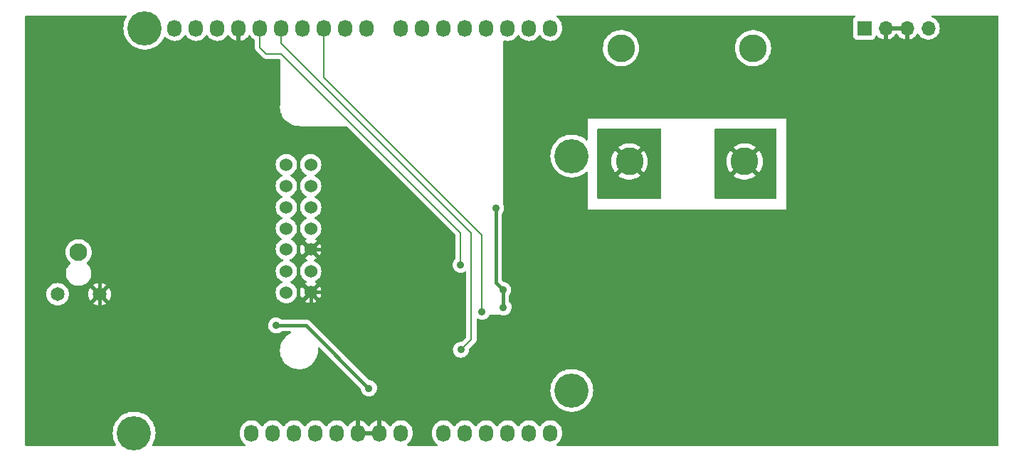
<source format=gbl>
G04 #@! TF.GenerationSoftware,KiCad,Pcbnew,(6.0.6)*
G04 #@! TF.CreationDate,2022-07-18T13:46:11+09:00*
G04 #@! TF.ProjectId,mt_reflowcnt,6d745f72-6566-46c6-9f77-636e742e6b69,rev?*
G04 #@! TF.SameCoordinates,Original*
G04 #@! TF.FileFunction,Copper,L2,Bot*
G04 #@! TF.FilePolarity,Positive*
%FSLAX46Y46*%
G04 Gerber Fmt 4.6, Leading zero omitted, Abs format (unit mm)*
G04 Created by KiCad (PCBNEW (6.0.6)) date 2022-07-18 13:46:11*
%MOMM*%
%LPD*%
G01*
G04 APERTURE LIST*
G04 #@! TA.AperFunction,ComponentPad*
%ADD10R,1.700000X1.700000*%
G04 #@! TD*
G04 #@! TA.AperFunction,ComponentPad*
%ADD11O,1.700000X1.700000*%
G04 #@! TD*
G04 #@! TA.AperFunction,ComponentPad*
%ADD12C,1.650000*%
G04 #@! TD*
G04 #@! TA.AperFunction,ComponentPad*
%ADD13C,2.100000*%
G04 #@! TD*
G04 #@! TA.AperFunction,ComponentPad*
%ADD14C,3.294000*%
G04 #@! TD*
G04 #@! TA.AperFunction,ComponentPad*
%ADD15C,1.524000*%
G04 #@! TD*
G04 #@! TA.AperFunction,ComponentPad*
%ADD16O,1.727200X2.032000*%
G04 #@! TD*
G04 #@! TA.AperFunction,ComponentPad*
%ADD17C,4.064000*%
G04 #@! TD*
G04 #@! TA.AperFunction,ViaPad*
%ADD18C,0.889000*%
G04 #@! TD*
G04 #@! TA.AperFunction,Conductor*
%ADD19C,0.406400*%
G04 #@! TD*
G04 #@! TA.AperFunction,Conductor*
%ADD20C,0.203200*%
G04 #@! TD*
G04 APERTURE END LIST*
D10*
G04 #@! TO.P,J1,1,Pin_1*
G04 #@! TO.N,/A0*
X211846000Y-75565000D03*
D11*
G04 #@! TO.P,J1,2,Pin_2*
G04 #@! TO.N,GND*
X214386000Y-75565000D03*
G04 #@! TO.P,J1,3,Pin_3*
X216926000Y-75565000D03*
G04 #@! TO.P,J1,4,Pin_4*
G04 #@! TO.N,/A1*
X219466000Y-75565000D03*
G04 #@! TD*
D12*
G04 #@! TO.P,R2,1,1*
G04 #@! TO.N,Net-(R1-Pad2)*
X115864000Y-107275000D03*
G04 #@! TO.P,R2,2,2*
G04 #@! TO.N,GND*
X120864000Y-107275000D03*
D13*
G04 #@! TO.P,R2,3,3*
G04 #@! TO.N,Net-(R2-Pad3)*
X118364000Y-102275000D03*
G04 #@! TD*
D14*
G04 #@! TO.P,J2,4,NC*
G04 #@! TO.N,unconnected-(J2-Pad4)*
X198604000Y-77959000D03*
G04 #@! TO.P,J2,3,NC*
G04 #@! TO.N,unconnected-(J2-Pad3)*
X182904000Y-77959000D03*
G04 #@! TO.P,J2,2,N*
G04 #@! TO.N,Net-(J2-Pad2)*
X197604000Y-91459000D03*
G04 #@! TO.P,J2,1,P*
G04 #@! TO.N,Net-(J2-Pad1)*
X183904000Y-91459000D03*
G04 #@! TD*
D15*
G04 #@! TO.P,U1,14,DB7*
G04 #@! TO.N,Net-(R10-Pad1)*
X143080000Y-91849000D03*
G04 #@! TO.P,U1,13,DB6*
G04 #@! TO.N,Net-(R9-Pad1)*
X145980000Y-91849000D03*
G04 #@! TO.P,U1,12,DB5*
G04 #@! TO.N,Net-(R8-Pad1)*
X143080000Y-94389000D03*
G04 #@! TO.P,U1,11,DB4*
G04 #@! TO.N,Net-(R7-Pad1)*
X145980000Y-94389000D03*
G04 #@! TO.P,U1,10,DB3*
G04 #@! TO.N,unconnected-(U1-Pad10)*
X143080000Y-96929000D03*
G04 #@! TO.P,U1,9,DB2*
G04 #@! TO.N,unconnected-(U1-Pad9)*
X145980000Y-96929000D03*
G04 #@! TO.P,U1,8,DB1*
G04 #@! TO.N,unconnected-(U1-Pad8)*
X143080000Y-99469000D03*
G04 #@! TO.P,U1,7,DB0*
G04 #@! TO.N,unconnected-(U1-Pad7)*
X145980000Y-99459000D03*
G04 #@! TO.P,U1,6,E*
G04 #@! TO.N,Net-(R6-Pad1)*
X143080000Y-101919000D03*
G04 #@! TO.P,U1,5,RW*
G04 #@! TO.N,GND*
X145980000Y-101939000D03*
G04 #@! TO.P,U1,4,RS*
G04 #@! TO.N,Net-(R5-Pad1)*
X143080000Y-104549000D03*
G04 #@! TO.P,U1,3,Vo*
G04 #@! TO.N,Net-(R2-Pad3)*
X145980000Y-104549000D03*
G04 #@! TO.P,U1,2,VDD*
G04 #@! TO.N,+5V*
X143080000Y-107089000D03*
G04 #@! TO.P,U1,1,VSS*
G04 #@! TO.N,GND*
X145980000Y-107049000D03*
G04 #@! TD*
D16*
G04 #@! TO.P,P1,1,Pin_1*
G04 #@! TO.N,unconnected-(P1-Pad1)*
X138938000Y-123825000D03*
G04 #@! TO.P,P1,2,Pin_2*
G04 #@! TO.N,/IOREF*
X141478000Y-123825000D03*
G04 #@! TO.P,P1,3,Pin_3*
G04 #@! TO.N,/Reset*
X144018000Y-123825000D03*
G04 #@! TO.P,P1,4,Pin_4*
G04 #@! TO.N,+3V3*
X146558000Y-123825000D03*
G04 #@! TO.P,P1,5,Pin_5*
G04 #@! TO.N,+5V*
X149098000Y-123825000D03*
G04 #@! TO.P,P1,6,Pin_6*
G04 #@! TO.N,GND*
X151638000Y-123825000D03*
G04 #@! TO.P,P1,7,Pin_7*
X154178000Y-123825000D03*
G04 #@! TO.P,P1,8,Pin_8*
G04 #@! TO.N,/Vin*
X156718000Y-123825000D03*
G04 #@! TD*
G04 #@! TO.P,P2,1,Pin_1*
G04 #@! TO.N,/A0*
X161798000Y-123825000D03*
G04 #@! TO.P,P2,2,Pin_2*
G04 #@! TO.N,/A1*
X164338000Y-123825000D03*
G04 #@! TO.P,P2,3,Pin_3*
G04 #@! TO.N,/A2*
X166878000Y-123825000D03*
G04 #@! TO.P,P2,4,Pin_4*
G04 #@! TO.N,/A3*
X169418000Y-123825000D03*
G04 #@! TO.P,P2,5,Pin_5*
G04 #@! TO.N,/A4(SDA)*
X171958000Y-123825000D03*
G04 #@! TO.P,P2,6,Pin_6*
G04 #@! TO.N,/A5(SCL)*
X174498000Y-123825000D03*
G04 #@! TD*
G04 #@! TO.P,P3,1,Pin_1*
G04 #@! TO.N,unconnected-(P3-Pad1)*
X129794000Y-75565000D03*
G04 #@! TO.P,P3,2,Pin_2*
G04 #@! TO.N,unconnected-(P3-Pad2)*
X132334000Y-75565000D03*
G04 #@! TO.P,P3,3,Pin_3*
G04 #@! TO.N,/AREF*
X134874000Y-75565000D03*
G04 #@! TO.P,P3,4,Pin_4*
G04 #@! TO.N,GND*
X137414000Y-75565000D03*
G04 #@! TO.P,P3,5,Pin_5*
G04 #@! TO.N,/13(SCK)*
X139954000Y-75565000D03*
G04 #@! TO.P,P3,6,Pin_6*
G04 #@! TO.N,/12(MISO)*
X142494000Y-75565000D03*
G04 #@! TO.P,P3,7,Pin_7*
G04 #@! TO.N,/11(\u002A\u002A{slash}MOSI)*
X145034000Y-75565000D03*
G04 #@! TO.P,P3,8,Pin_8*
G04 #@! TO.N,/10(\u002A\u002A{slash}SS)*
X147574000Y-75565000D03*
G04 #@! TO.P,P3,9,Pin_9*
G04 #@! TO.N,/9(\u002A\u002A)*
X150114000Y-75565000D03*
G04 #@! TO.P,P3,10,Pin_10*
G04 #@! TO.N,/8*
X152654000Y-75565000D03*
G04 #@! TD*
G04 #@! TO.P,P4,1,Pin_1*
G04 #@! TO.N,/7*
X156718000Y-75565000D03*
G04 #@! TO.P,P4,2,Pin_2*
G04 #@! TO.N,/6(\u002A\u002A)*
X159258000Y-75565000D03*
G04 #@! TO.P,P4,3,Pin_3*
G04 #@! TO.N,/5(\u002A\u002A)*
X161798000Y-75565000D03*
G04 #@! TO.P,P4,4,Pin_4*
G04 #@! TO.N,/4*
X164338000Y-75565000D03*
G04 #@! TO.P,P4,5,Pin_5*
G04 #@! TO.N,/3(\u002A\u002A)*
X166878000Y-75565000D03*
G04 #@! TO.P,P4,6,Pin_6*
G04 #@! TO.N,/2*
X169418000Y-75565000D03*
G04 #@! TO.P,P4,7,Pin_7*
G04 #@! TO.N,/1(Tx)*
X171958000Y-75565000D03*
G04 #@! TO.P,P4,8,Pin_8*
G04 #@! TO.N,/0(Rx)*
X174498000Y-75565000D03*
G04 #@! TD*
D17*
G04 #@! TO.P,P5,1,Pin_1*
G04 #@! TO.N,unconnected-(P5-Pad1)*
X124968000Y-123825000D03*
G04 #@! TD*
G04 #@! TO.P,P6,1,Pin_1*
G04 #@! TO.N,unconnected-(P6-Pad1)*
X177038000Y-118745000D03*
G04 #@! TD*
G04 #@! TO.P,P7,1,Pin_1*
G04 #@! TO.N,unconnected-(P7-Pad1)*
X126238000Y-75565000D03*
G04 #@! TD*
G04 #@! TO.P,P8,1,Pin_1*
G04 #@! TO.N,unconnected-(P8-Pad1)*
X177038000Y-90805000D03*
G04 #@! TD*
D18*
G04 #@! TO.N,GND*
X193294000Y-105283000D03*
G04 #@! TO.N,+5V*
X141859000Y-110998000D03*
X152908000Y-118491000D03*
G04 #@! TO.N,GND*
X126746000Y-114681000D03*
X125984000Y-89789000D03*
X226060000Y-74803000D03*
X205740000Y-74803000D03*
G04 #@! TO.N,+3V3*
X168910000Y-108839000D03*
X168021000Y-97028000D03*
G04 #@! TO.N,GND*
X182372000Y-105283000D03*
X190246000Y-103251000D03*
G04 #@! TO.N,+3V3*
X168867000Y-106764000D03*
G04 #@! TO.N,GND*
X172466000Y-110363000D03*
X172466000Y-105283000D03*
X172466000Y-100203000D03*
X157988000Y-110363000D03*
X157988000Y-105283000D03*
X157988000Y-100203000D03*
X162560000Y-112141000D03*
X162560000Y-107061000D03*
X162560000Y-101981000D03*
G04 #@! TO.N,/10(\u002A\u002A{slash}SS)*
X166370000Y-109347000D03*
G04 #@! TO.N,/12(MISO)*
X163850000Y-113899000D03*
G04 #@! TO.N,/13(SCK)*
X163830000Y-103759000D03*
G04 #@! TD*
D19*
G04 #@! TO.N,GND*
X215900000Y-83185000D02*
X215900000Y-78359000D01*
X206502000Y-94742000D02*
X206502000Y-91059000D01*
X214376000Y-83185000D02*
X215900000Y-83185000D01*
X197993000Y-103251000D02*
X206502000Y-94742000D01*
X206502000Y-91059000D02*
X214376000Y-83185000D01*
X193548000Y-103251000D02*
X197993000Y-103251000D01*
X215900000Y-78359000D02*
X215646000Y-78105000D01*
D20*
G04 #@! TO.N,/12(MISO)*
X165100000Y-112649000D02*
X163850000Y-113899000D01*
X165100000Y-99949000D02*
X165100000Y-112649000D01*
X142494000Y-77343000D02*
X165100000Y-99949000D01*
X142494000Y-75565000D02*
X142494000Y-77343000D01*
D19*
G04 #@! TO.N,+3V3*
X168867000Y-108796000D02*
X168910000Y-108839000D01*
X168867000Y-106764000D02*
X168867000Y-108796000D01*
X168021000Y-105918000D02*
X168867000Y-106764000D01*
G04 #@! TO.N,GND*
X193294000Y-103505000D02*
X193548000Y-103251000D01*
X193294000Y-105283000D02*
X193294000Y-103505000D01*
X190246000Y-103251000D02*
X193548000Y-103251000D01*
G04 #@! TO.N,+5V*
X145415000Y-110998000D02*
X152908000Y-118491000D01*
X141859000Y-110998000D02*
X145415000Y-110998000D01*
G04 #@! TO.N,GND*
X215646000Y-78105000D02*
X216916000Y-78105000D01*
X214630000Y-78105000D02*
X215646000Y-78105000D01*
X216926000Y-78095000D02*
X216916000Y-78105000D01*
X216926000Y-75565000D02*
X216926000Y-78095000D01*
X216916000Y-78105000D02*
X222758000Y-78105000D01*
X214386000Y-77861000D02*
X214630000Y-78105000D01*
X214386000Y-75565000D02*
X214386000Y-77861000D01*
X209042000Y-78105000D02*
X214630000Y-78105000D01*
X222758000Y-78105000D02*
X226060000Y-74803000D01*
X205740000Y-74803000D02*
X209042000Y-78105000D01*
X183134000Y-103251000D02*
X190246000Y-103251000D01*
X182372000Y-104013000D02*
X183134000Y-103251000D01*
X182372000Y-105283000D02*
X182372000Y-104013000D01*
X172466000Y-105283000D02*
X182372000Y-105283000D01*
X172466000Y-114173000D02*
X170180000Y-116459000D01*
X154178000Y-116459000D02*
X154178000Y-114173000D01*
X172466000Y-110363000D02*
X172466000Y-114173000D01*
X154178000Y-123825000D02*
X154178000Y-116459000D01*
X170180000Y-116459000D02*
X154178000Y-116459000D01*
X172466000Y-105283000D02*
X172466000Y-110363000D01*
X172466000Y-100203000D02*
X172466000Y-105283000D01*
X156210000Y-112141000D02*
X157988000Y-110363000D01*
X162560000Y-112141000D02*
X156210000Y-112141000D01*
X154178000Y-114173000D02*
X156210000Y-112141000D01*
X158242000Y-107061000D02*
X157988000Y-106807000D01*
X162560000Y-107061000D02*
X158242000Y-107061000D01*
X157988000Y-106807000D02*
X157988000Y-110363000D01*
X157988000Y-105283000D02*
X157988000Y-106807000D01*
X162560000Y-101981000D02*
X157988000Y-101981000D01*
X157988000Y-101981000D02*
X157988000Y-103505000D01*
X157988000Y-100203000D02*
X157988000Y-101981000D01*
X148336000Y-103505000D02*
X148336000Y-106045000D01*
X157988000Y-103505000D02*
X157988000Y-105283000D01*
X148336000Y-102743000D02*
X148336000Y-103505000D01*
X157988000Y-103505000D02*
X148336000Y-103505000D01*
X151638000Y-123825000D02*
X154178000Y-123825000D01*
X147332000Y-107049000D02*
X145980000Y-107049000D01*
X148336000Y-106045000D02*
X147332000Y-107049000D01*
X147532000Y-101939000D02*
X148336000Y-102743000D01*
X145980000Y-101939000D02*
X147532000Y-101939000D01*
X127762000Y-114681000D02*
X126746000Y-114681000D01*
X145980000Y-108655000D02*
X145034000Y-109601000D01*
X145034000Y-109601000D02*
X132842000Y-109601000D01*
X132842000Y-109601000D02*
X127762000Y-114681000D01*
X145980000Y-107049000D02*
X145980000Y-108655000D01*
X125222000Y-114681000D02*
X126746000Y-114681000D01*
X120864000Y-110323000D02*
X125222000Y-114681000D01*
X120864000Y-107275000D02*
X120864000Y-110323000D01*
X128524000Y-89789000D02*
X125984000Y-89789000D01*
X129540000Y-88773000D02*
X128524000Y-89789000D01*
X129540000Y-82677000D02*
X129540000Y-88773000D01*
X132080000Y-80137000D02*
X129540000Y-82677000D01*
X135128000Y-80137000D02*
X132080000Y-80137000D01*
X137414000Y-77851000D02*
X135128000Y-80137000D01*
X137414000Y-75565000D02*
X137414000Y-77851000D01*
X120864000Y-107275000D02*
X120864000Y-94909000D01*
X120864000Y-94909000D02*
X125984000Y-89789000D01*
G04 #@! TO.N,+3V3*
X168021000Y-105918000D02*
X168021000Y-97028000D01*
D20*
G04 #@! TO.N,/10(\u002A\u002A{slash}SS)*
X147574000Y-81407000D02*
X166370000Y-100203000D01*
X166370000Y-100203000D02*
X166370000Y-109347000D01*
X147574000Y-75565000D02*
X147574000Y-81407000D01*
G04 #@! TO.N,/13(SCK)*
X163830000Y-99949000D02*
X163830000Y-103759000D01*
X142494000Y-78613000D02*
X163830000Y-99949000D01*
X139954000Y-77851000D02*
X140716000Y-78613000D01*
X139954000Y-75565000D02*
X139954000Y-77851000D01*
X140716000Y-78613000D02*
X142494000Y-78613000D01*
G04 #@! TD*
G04 #@! TA.AperFunction,Conductor*
G04 #@! TO.N,Net-(J2-Pad1)*
G36*
X187648121Y-87523002D02*
G01*
X187694614Y-87576658D01*
X187706000Y-87629000D01*
X187706000Y-95759000D01*
X187685998Y-95827121D01*
X187632342Y-95873614D01*
X187580000Y-95885000D01*
X180212000Y-95885000D01*
X180143879Y-95864998D01*
X180097386Y-95811342D01*
X180086000Y-95759000D01*
X180086000Y-93153014D01*
X182575259Y-93153014D01*
X182582312Y-93162985D01*
X182631071Y-93203754D01*
X182638003Y-93208789D01*
X182879633Y-93360364D01*
X182887184Y-93364413D01*
X183147160Y-93481797D01*
X183155191Y-93484783D01*
X183428690Y-93565797D01*
X183437042Y-93567664D01*
X183719012Y-93610811D01*
X183727545Y-93611527D01*
X184012757Y-93616009D01*
X184021308Y-93615560D01*
X184304486Y-93581292D01*
X184312900Y-93579687D01*
X184588813Y-93507303D01*
X184596929Y-93504572D01*
X184860463Y-93395412D01*
X184868131Y-93391606D01*
X185114420Y-93247686D01*
X185121493Y-93242879D01*
X185223361Y-93163004D01*
X185231830Y-93151147D01*
X185225314Y-93139525D01*
X183916810Y-91831020D01*
X183902869Y-91823408D01*
X183901034Y-91823539D01*
X183894420Y-91827790D01*
X182582551Y-93139660D01*
X182575259Y-93153014D01*
X180086000Y-93153014D01*
X180086000Y-91440661D01*
X181744329Y-91440661D01*
X181760750Y-91725434D01*
X181761824Y-91733940D01*
X181816739Y-92013848D01*
X181818955Y-92022116D01*
X181911353Y-92291992D01*
X181914668Y-92299877D01*
X182042839Y-92554717D01*
X182047195Y-92562083D01*
X182197630Y-92780966D01*
X182207885Y-92789310D01*
X182221625Y-92782164D01*
X183531980Y-91471810D01*
X183538357Y-91460131D01*
X184268408Y-91460131D01*
X184268539Y-91461966D01*
X184272790Y-91468580D01*
X185584887Y-92780676D01*
X185597097Y-92787344D01*
X185608595Y-92778655D01*
X185725241Y-92619860D01*
X185729825Y-92612637D01*
X185865933Y-92361957D01*
X185869501Y-92354163D01*
X185970327Y-92087337D01*
X185972804Y-92079131D01*
X186036484Y-91801088D01*
X186037824Y-91792628D01*
X186063342Y-91506701D01*
X186063588Y-91501762D01*
X186064010Y-91461484D01*
X186063867Y-91456520D01*
X186044343Y-91170126D01*
X186043182Y-91161652D01*
X185985335Y-90882321D01*
X185983036Y-90874086D01*
X185887814Y-90605187D01*
X185884417Y-90597337D01*
X185753583Y-90343850D01*
X185749155Y-90336538D01*
X185609548Y-90137899D01*
X185599027Y-90129520D01*
X185585639Y-90136572D01*
X184276020Y-91446190D01*
X184268408Y-91460131D01*
X183538357Y-91460131D01*
X183539592Y-91457869D01*
X183539461Y-91456034D01*
X183535210Y-91449420D01*
X182222482Y-90136693D01*
X182210471Y-90130134D01*
X182198733Y-90139101D01*
X182070709Y-90317267D01*
X182066187Y-90324561D01*
X181932720Y-90576637D01*
X181929234Y-90584465D01*
X181831206Y-90852338D01*
X181828817Y-90860561D01*
X181768049Y-91139269D01*
X181766800Y-91147725D01*
X181744418Y-91432111D01*
X181744329Y-91440661D01*
X180086000Y-91440661D01*
X180086000Y-89766923D01*
X182576006Y-89766923D01*
X182582401Y-89778190D01*
X183891190Y-91086980D01*
X183905131Y-91094592D01*
X183906966Y-91094461D01*
X183913580Y-91090210D01*
X185225066Y-89778723D01*
X185232258Y-89765553D01*
X185224936Y-89755318D01*
X185158586Y-89701010D01*
X185151614Y-89696056D01*
X184908386Y-89547004D01*
X184900816Y-89543047D01*
X184639615Y-89428389D01*
X184631555Y-89425487D01*
X184357225Y-89347342D01*
X184348850Y-89345562D01*
X184066449Y-89305370D01*
X184057901Y-89304742D01*
X183772656Y-89303248D01*
X183764122Y-89303785D01*
X183481309Y-89341019D01*
X183472911Y-89342712D01*
X183197775Y-89417981D01*
X183189688Y-89420797D01*
X182927316Y-89532708D01*
X182919677Y-89536601D01*
X182674920Y-89683084D01*
X182667891Y-89687969D01*
X182584475Y-89754799D01*
X182576006Y-89766923D01*
X180086000Y-89766923D01*
X180086000Y-87629000D01*
X180106002Y-87560879D01*
X180159658Y-87514386D01*
X180212000Y-87503000D01*
X187580000Y-87503000D01*
X187648121Y-87523002D01*
G37*
G04 #@! TD.AperFunction*
G04 #@! TD*
G04 #@! TA.AperFunction,Conductor*
G04 #@! TO.N,Net-(J2-Pad2)*
G36*
X201364121Y-87523002D02*
G01*
X201410614Y-87576658D01*
X201422000Y-87629000D01*
X201422000Y-95759000D01*
X201401998Y-95827121D01*
X201348342Y-95873614D01*
X201296000Y-95885000D01*
X194182000Y-95885000D01*
X194113879Y-95864998D01*
X194067386Y-95811342D01*
X194056000Y-95759000D01*
X194056000Y-93153014D01*
X196275259Y-93153014D01*
X196282312Y-93162985D01*
X196331071Y-93203754D01*
X196338003Y-93208789D01*
X196579633Y-93360364D01*
X196587184Y-93364413D01*
X196847160Y-93481797D01*
X196855191Y-93484783D01*
X197128690Y-93565797D01*
X197137042Y-93567664D01*
X197419012Y-93610811D01*
X197427545Y-93611527D01*
X197712757Y-93616009D01*
X197721308Y-93615560D01*
X198004486Y-93581292D01*
X198012900Y-93579687D01*
X198288813Y-93507303D01*
X198296929Y-93504572D01*
X198560463Y-93395412D01*
X198568131Y-93391606D01*
X198814420Y-93247686D01*
X198821493Y-93242879D01*
X198923361Y-93163004D01*
X198931830Y-93151147D01*
X198925314Y-93139525D01*
X197616810Y-91831020D01*
X197602869Y-91823408D01*
X197601034Y-91823539D01*
X197594420Y-91827790D01*
X196282551Y-93139660D01*
X196275259Y-93153014D01*
X194056000Y-93153014D01*
X194056000Y-91440661D01*
X195444329Y-91440661D01*
X195460750Y-91725434D01*
X195461824Y-91733940D01*
X195516739Y-92013848D01*
X195518955Y-92022116D01*
X195611353Y-92291992D01*
X195614668Y-92299877D01*
X195742839Y-92554717D01*
X195747195Y-92562083D01*
X195897630Y-92780966D01*
X195907885Y-92789310D01*
X195921625Y-92782164D01*
X197231980Y-91471810D01*
X197238357Y-91460131D01*
X197968408Y-91460131D01*
X197968539Y-91461966D01*
X197972790Y-91468580D01*
X199284887Y-92780676D01*
X199297097Y-92787344D01*
X199308595Y-92778655D01*
X199425241Y-92619860D01*
X199429825Y-92612637D01*
X199565933Y-92361957D01*
X199569501Y-92354163D01*
X199670327Y-92087337D01*
X199672804Y-92079131D01*
X199736484Y-91801088D01*
X199737824Y-91792628D01*
X199763342Y-91506701D01*
X199763588Y-91501762D01*
X199764010Y-91461484D01*
X199763867Y-91456520D01*
X199744343Y-91170126D01*
X199743182Y-91161652D01*
X199685335Y-90882321D01*
X199683036Y-90874086D01*
X199587814Y-90605187D01*
X199584417Y-90597337D01*
X199453583Y-90343850D01*
X199449155Y-90336538D01*
X199309548Y-90137899D01*
X199299027Y-90129520D01*
X199285639Y-90136572D01*
X197976020Y-91446190D01*
X197968408Y-91460131D01*
X197238357Y-91460131D01*
X197239592Y-91457869D01*
X197239461Y-91456034D01*
X197235210Y-91449420D01*
X195922482Y-90136693D01*
X195910471Y-90130134D01*
X195898733Y-90139101D01*
X195770709Y-90317267D01*
X195766187Y-90324561D01*
X195632720Y-90576637D01*
X195629234Y-90584465D01*
X195531206Y-90852338D01*
X195528817Y-90860561D01*
X195468049Y-91139269D01*
X195466800Y-91147725D01*
X195444418Y-91432111D01*
X195444329Y-91440661D01*
X194056000Y-91440661D01*
X194056000Y-89766923D01*
X196276006Y-89766923D01*
X196282401Y-89778190D01*
X197591190Y-91086980D01*
X197605131Y-91094592D01*
X197606966Y-91094461D01*
X197613580Y-91090210D01*
X198925066Y-89778723D01*
X198932258Y-89765553D01*
X198924936Y-89755318D01*
X198858586Y-89701010D01*
X198851614Y-89696056D01*
X198608386Y-89547004D01*
X198600816Y-89543047D01*
X198339615Y-89428389D01*
X198331555Y-89425487D01*
X198057225Y-89347342D01*
X198048850Y-89345562D01*
X197766449Y-89305370D01*
X197757901Y-89304742D01*
X197472656Y-89303248D01*
X197464122Y-89303785D01*
X197181309Y-89341019D01*
X197172911Y-89342712D01*
X196897775Y-89417981D01*
X196889688Y-89420797D01*
X196627316Y-89532708D01*
X196619677Y-89536601D01*
X196374920Y-89683084D01*
X196367891Y-89687969D01*
X196284475Y-89754799D01*
X196276006Y-89766923D01*
X194056000Y-89766923D01*
X194056000Y-87629000D01*
X194076002Y-87560879D01*
X194129658Y-87514386D01*
X194182000Y-87503000D01*
X201296000Y-87503000D01*
X201364121Y-87523002D01*
G37*
G04 #@! TD.AperFunction*
G04 #@! TD*
G04 #@! TA.AperFunction,Conductor*
G04 #@! TO.N,GND*
G36*
X124035186Y-74061002D02*
G01*
X124081679Y-74114658D01*
X124091783Y-74184932D01*
X124073450Y-74234514D01*
X124007341Y-74338685D01*
X124005657Y-74342264D01*
X124005653Y-74342271D01*
X123902875Y-74560687D01*
X123871233Y-74627930D01*
X123870007Y-74631702D01*
X123870007Y-74631703D01*
X123868107Y-74637551D01*
X123772449Y-74931954D01*
X123712549Y-75245961D01*
X123692477Y-75565000D01*
X123712549Y-75884039D01*
X123772449Y-76198046D01*
X123773676Y-76201822D01*
X123868201Y-76492737D01*
X123871233Y-76502070D01*
X123872920Y-76505656D01*
X123872922Y-76505660D01*
X124005653Y-76787729D01*
X124005657Y-76787736D01*
X124007341Y-76791315D01*
X124009465Y-76794661D01*
X124009465Y-76794662D01*
X124173324Y-77052861D01*
X124178629Y-77061221D01*
X124382394Y-77307530D01*
X124615423Y-77526359D01*
X124618625Y-77528686D01*
X124618627Y-77528687D01*
X124679455Y-77572881D01*
X124874041Y-77714256D01*
X124877510Y-77716163D01*
X124877513Y-77716165D01*
X125143790Y-77862552D01*
X125154169Y-77868258D01*
X125231618Y-77898922D01*
X125447707Y-77984478D01*
X125447710Y-77984479D01*
X125451390Y-77985936D01*
X125455224Y-77986920D01*
X125455232Y-77986923D01*
X125647153Y-78036200D01*
X125761017Y-78065435D01*
X125764945Y-78065931D01*
X125764949Y-78065932D01*
X125890642Y-78081810D01*
X126078165Y-78105500D01*
X126397835Y-78105500D01*
X126585358Y-78081810D01*
X126711051Y-78065932D01*
X126711055Y-78065931D01*
X126714983Y-78065435D01*
X126828847Y-78036200D01*
X127020768Y-77986923D01*
X127020776Y-77986920D01*
X127024610Y-77985936D01*
X127028290Y-77984479D01*
X127028293Y-77984478D01*
X127244382Y-77898922D01*
X127321831Y-77868258D01*
X127332211Y-77862552D01*
X127598487Y-77716165D01*
X127598490Y-77716163D01*
X127601959Y-77714256D01*
X127796545Y-77572881D01*
X127857373Y-77528687D01*
X127857375Y-77528686D01*
X127860577Y-77526359D01*
X128093606Y-77307530D01*
X128297371Y-77061221D01*
X128302677Y-77052861D01*
X128466535Y-76794662D01*
X128466535Y-76794661D01*
X128468659Y-76791315D01*
X128470343Y-76787736D01*
X128470347Y-76787729D01*
X128540177Y-76639332D01*
X128587280Y-76586211D01*
X128655625Y-76566988D01*
X128723512Y-76587767D01*
X128745355Y-76606008D01*
X128881532Y-76748758D01*
X129068350Y-76887754D01*
X129073102Y-76890170D01*
X129270244Y-76990402D01*
X129275916Y-76993286D01*
X129374161Y-77023792D01*
X129493193Y-77060753D01*
X129493199Y-77060754D01*
X129498296Y-77062337D01*
X129622660Y-77078820D01*
X129723848Y-77092232D01*
X129723852Y-77092232D01*
X129729132Y-77092932D01*
X129734462Y-77092732D01*
X129734463Y-77092732D01*
X129845477Y-77088564D01*
X129961822Y-77084197D01*
X130066005Y-77062337D01*
X130184486Y-77037477D01*
X130184489Y-77037476D01*
X130189713Y-77036380D01*
X130406290Y-76950850D01*
X130605359Y-76830051D01*
X130609855Y-76826150D01*
X130777197Y-76680939D01*
X130777199Y-76680937D01*
X130781230Y-76677439D01*
X130784613Y-76673313D01*
X130784617Y-76673309D01*
X130883776Y-76552374D01*
X130928872Y-76497376D01*
X130954845Y-76451748D01*
X131005927Y-76402442D01*
X131075558Y-76388580D01*
X131141629Y-76414563D01*
X131168867Y-76443713D01*
X131260804Y-76580272D01*
X131264483Y-76584129D01*
X131264485Y-76584131D01*
X131349223Y-76672959D01*
X131421532Y-76748758D01*
X131608350Y-76887754D01*
X131613102Y-76890170D01*
X131810244Y-76990402D01*
X131815916Y-76993286D01*
X131914161Y-77023792D01*
X132033193Y-77060753D01*
X132033199Y-77060754D01*
X132038296Y-77062337D01*
X132162660Y-77078820D01*
X132263848Y-77092232D01*
X132263852Y-77092232D01*
X132269132Y-77092932D01*
X132274462Y-77092732D01*
X132274463Y-77092732D01*
X132385477Y-77088564D01*
X132501822Y-77084197D01*
X132606005Y-77062337D01*
X132724486Y-77037477D01*
X132724489Y-77037476D01*
X132729713Y-77036380D01*
X132946290Y-76950850D01*
X133145359Y-76830051D01*
X133149855Y-76826150D01*
X133317197Y-76680939D01*
X133317199Y-76680937D01*
X133321230Y-76677439D01*
X133324613Y-76673313D01*
X133324617Y-76673309D01*
X133423776Y-76552374D01*
X133468872Y-76497376D01*
X133494845Y-76451748D01*
X133545927Y-76402442D01*
X133615558Y-76388580D01*
X133681629Y-76414563D01*
X133708867Y-76443713D01*
X133800804Y-76580272D01*
X133804483Y-76584129D01*
X133804485Y-76584131D01*
X133889223Y-76672959D01*
X133961532Y-76748758D01*
X134148350Y-76887754D01*
X134153102Y-76890170D01*
X134350244Y-76990402D01*
X134355916Y-76993286D01*
X134454161Y-77023792D01*
X134573193Y-77060753D01*
X134573199Y-77060754D01*
X134578296Y-77062337D01*
X134702660Y-77078820D01*
X134803848Y-77092232D01*
X134803852Y-77092232D01*
X134809132Y-77092932D01*
X134814462Y-77092732D01*
X134814463Y-77092732D01*
X134925477Y-77088564D01*
X135041822Y-77084197D01*
X135146005Y-77062337D01*
X135264486Y-77037477D01*
X135264489Y-77037476D01*
X135269713Y-77036380D01*
X135486290Y-76950850D01*
X135685359Y-76830051D01*
X135689855Y-76826150D01*
X135857197Y-76680939D01*
X135857199Y-76680937D01*
X135861230Y-76677439D01*
X135864613Y-76673313D01*
X135864617Y-76673309D01*
X135963776Y-76552374D01*
X136008872Y-76497376D01*
X136035122Y-76451261D01*
X136086202Y-76401956D01*
X136155832Y-76388094D01*
X136221904Y-76414077D01*
X136249143Y-76443227D01*
X136338215Y-76575530D01*
X136344876Y-76583816D01*
X136498180Y-76744520D01*
X136506148Y-76751569D01*
X136684336Y-76884144D01*
X136693366Y-76889743D01*
X136891347Y-76990402D01*
X136901208Y-76994405D01*
X137113301Y-77060263D01*
X137123696Y-77062548D01*
X137142041Y-77064980D01*
X137156208Y-77062783D01*
X137160000Y-77049599D01*
X137160000Y-75437000D01*
X137180002Y-75368879D01*
X137233658Y-75322386D01*
X137286000Y-75311000D01*
X137542000Y-75311000D01*
X137610121Y-75331002D01*
X137656614Y-75384658D01*
X137668000Y-75437000D01*
X137668000Y-77047488D01*
X137671973Y-77061019D01*
X137682580Y-77062544D01*
X137804343Y-77036996D01*
X137814539Y-77033936D01*
X138021097Y-76952363D01*
X138030634Y-76947629D01*
X138220503Y-76832414D01*
X138229093Y-76826150D01*
X138396837Y-76680589D01*
X138404257Y-76672959D01*
X138545073Y-76501220D01*
X138551102Y-76492449D01*
X138574533Y-76451285D01*
X138625615Y-76401978D01*
X138695245Y-76388116D01*
X138761316Y-76414099D01*
X138788555Y-76443249D01*
X138880804Y-76580272D01*
X138884483Y-76584129D01*
X138884485Y-76584131D01*
X138969223Y-76672959D01*
X139041532Y-76748758D01*
X139228350Y-76887754D01*
X139233099Y-76890168D01*
X139233111Y-76890176D01*
X139275005Y-76911476D01*
X139326663Y-76960179D01*
X139343900Y-77023792D01*
X139343900Y-77775322D01*
X139343402Y-77785874D01*
X139341781Y-77793128D01*
X139342030Y-77801049D01*
X139343838Y-77858595D01*
X139343900Y-77862552D01*
X139343900Y-77889383D01*
X139344396Y-77893310D01*
X139344453Y-77894216D01*
X139345292Y-77904860D01*
X139346622Y-77947199D01*
X139348834Y-77954812D01*
X139351964Y-77965586D01*
X139355972Y-77984943D01*
X139356098Y-77985936D01*
X139358371Y-78003932D01*
X139361291Y-78011307D01*
X139373964Y-78043318D01*
X139377808Y-78054545D01*
X139381117Y-78065932D01*
X139389628Y-78095225D01*
X139399374Y-78111705D01*
X139408065Y-78129445D01*
X139415116Y-78147254D01*
X139439558Y-78180896D01*
X139440020Y-78181532D01*
X139446536Y-78191452D01*
X139468095Y-78227906D01*
X139481622Y-78241433D01*
X139494463Y-78256467D01*
X139505721Y-78271962D01*
X139511829Y-78277015D01*
X139538367Y-78298969D01*
X139547148Y-78306959D01*
X140231084Y-78990896D01*
X140238190Y-78998706D01*
X140242174Y-79004983D01*
X140247952Y-79010409D01*
X140289931Y-79049830D01*
X140292773Y-79052585D01*
X140311735Y-79071547D01*
X140314862Y-79073973D01*
X140315503Y-79074538D01*
X140323661Y-79081506D01*
X140354542Y-79110504D01*
X140371319Y-79119728D01*
X140387832Y-79130575D01*
X140396698Y-79137452D01*
X140396703Y-79137455D01*
X140402966Y-79142313D01*
X140441847Y-79159138D01*
X140452495Y-79164354D01*
X140489622Y-79184765D01*
X140508161Y-79189525D01*
X140526859Y-79195926D01*
X140544435Y-79203532D01*
X140586278Y-79210159D01*
X140597897Y-79212565D01*
X140638926Y-79223100D01*
X140658064Y-79223100D01*
X140677774Y-79224651D01*
X140696684Y-79227646D01*
X140738860Y-79223659D01*
X140750719Y-79223100D01*
X142189099Y-79223100D01*
X142257220Y-79243102D01*
X142278194Y-79260005D01*
X142330095Y-79311906D01*
X142364121Y-79374218D01*
X142367000Y-79401001D01*
X142367000Y-84502866D01*
X142365009Y-84525177D01*
X142330552Y-84716684D01*
X142316941Y-85016404D01*
X142343091Y-85315292D01*
X142408540Y-85608095D01*
X142512140Y-85889671D01*
X142514084Y-85893359D01*
X142514088Y-85893367D01*
X142650116Y-86151367D01*
X142652069Y-86155071D01*
X142825871Y-86399633D01*
X143030490Y-86619061D01*
X143262333Y-86809498D01*
X143517325Y-86967600D01*
X143790988Y-87090589D01*
X143965368Y-87142574D01*
X144074514Y-87175112D01*
X144074516Y-87175112D01*
X144078513Y-87176304D01*
X144082633Y-87176957D01*
X144082635Y-87176957D01*
X144201509Y-87195785D01*
X144374848Y-87223239D01*
X144417577Y-87225179D01*
X144467262Y-87227436D01*
X144467281Y-87227436D01*
X144468681Y-87227500D01*
X144588986Y-87227500D01*
X144649804Y-87245358D01*
X144653000Y-87246053D01*
X144653000Y-87249000D01*
X150214999Y-87249000D01*
X150283120Y-87269002D01*
X150304094Y-87285905D01*
X163182995Y-100164807D01*
X163217021Y-100227119D01*
X163219900Y-100253902D01*
X163219900Y-102966280D01*
X163199898Y-103034401D01*
X163172856Y-103064473D01*
X163159995Y-103074813D01*
X163039862Y-103217981D01*
X163036899Y-103223370D01*
X163036896Y-103223375D01*
X162987799Y-103312684D01*
X162949826Y-103381757D01*
X162947965Y-103387624D01*
X162947964Y-103387626D01*
X162924269Y-103462321D01*
X162893315Y-103559901D01*
X162872482Y-103745630D01*
X162872998Y-103751774D01*
X162886815Y-103916311D01*
X162888121Y-103931867D01*
X162939636Y-104111520D01*
X162982350Y-104194633D01*
X163012003Y-104252331D01*
X163025064Y-104277746D01*
X163028887Y-104282570D01*
X163028890Y-104282574D01*
X163084436Y-104352655D01*
X163141152Y-104424212D01*
X163283478Y-104545342D01*
X163446621Y-104636519D01*
X163624367Y-104694272D01*
X163809945Y-104716401D01*
X163816080Y-104715929D01*
X163816082Y-104715929D01*
X163872119Y-104711617D01*
X163996287Y-104702063D01*
X164176296Y-104651804D01*
X164181789Y-104649029D01*
X164181795Y-104649027D01*
X164307090Y-104585736D01*
X164376912Y-104572876D01*
X164442603Y-104599805D01*
X164483306Y-104657975D01*
X164489900Y-104698202D01*
X164489900Y-112344098D01*
X164469898Y-112412219D01*
X164452995Y-112433194D01*
X163978894Y-112907294D01*
X163916582Y-112941319D01*
X163876630Y-112943508D01*
X163862815Y-112942056D01*
X163862812Y-112942056D01*
X163856685Y-112941412D01*
X163764629Y-112949790D01*
X163676703Y-112957792D01*
X163676702Y-112957792D01*
X163670562Y-112958351D01*
X163664648Y-112960092D01*
X163664646Y-112960092D01*
X163580031Y-112984996D01*
X163491273Y-113011119D01*
X163485808Y-113013976D01*
X163374383Y-113072227D01*
X163325647Y-113097705D01*
X163179995Y-113214813D01*
X163059862Y-113357981D01*
X163056899Y-113363370D01*
X163056896Y-113363375D01*
X163022735Y-113425515D01*
X162969826Y-113521757D01*
X162913315Y-113699901D01*
X162892482Y-113885630D01*
X162892998Y-113891774D01*
X162903464Y-114016404D01*
X162908121Y-114071867D01*
X162959636Y-114251520D01*
X163045064Y-114417746D01*
X163048887Y-114422570D01*
X163048890Y-114422574D01*
X163123418Y-114516604D01*
X163161152Y-114564212D01*
X163165846Y-114568207D01*
X163198819Y-114596269D01*
X163303478Y-114685342D01*
X163466621Y-114776519D01*
X163644367Y-114834272D01*
X163829945Y-114856401D01*
X163836080Y-114855929D01*
X163836082Y-114855929D01*
X163892119Y-114851617D01*
X164016287Y-114842063D01*
X164196296Y-114791804D01*
X164201785Y-114789031D01*
X164201791Y-114789029D01*
X164279159Y-114749947D01*
X164363114Y-114707538D01*
X164391524Y-114685342D01*
X164415486Y-114666621D01*
X164510387Y-114592475D01*
X164514413Y-114587811D01*
X164514416Y-114587808D01*
X164628480Y-114455663D01*
X164632507Y-114450998D01*
X164724821Y-114288495D01*
X164739091Y-114245600D01*
X164781867Y-114117009D01*
X164783814Y-114111157D01*
X164796311Y-114012234D01*
X164806796Y-113929241D01*
X164806797Y-113929232D01*
X164807238Y-113925738D01*
X164807611Y-113899000D01*
X164807269Y-113895510D01*
X164804958Y-113871939D01*
X164818218Y-113802192D01*
X164841262Y-113770550D01*
X165477890Y-113133922D01*
X165485705Y-113126810D01*
X165491983Y-113122826D01*
X165536830Y-113075069D01*
X165539585Y-113072227D01*
X165558547Y-113053265D01*
X165560973Y-113050138D01*
X165561538Y-113049497D01*
X165568507Y-113041337D01*
X165592075Y-113016239D01*
X165597504Y-113010458D01*
X165606728Y-112993681D01*
X165617575Y-112977168D01*
X165624452Y-112968302D01*
X165624455Y-112968297D01*
X165629313Y-112962034D01*
X165646139Y-112923150D01*
X165651354Y-112912505D01*
X165671765Y-112875378D01*
X165676525Y-112856838D01*
X165682928Y-112838136D01*
X165687384Y-112827839D01*
X165690532Y-112820565D01*
X165697159Y-112778722D01*
X165699566Y-112767098D01*
X165708129Y-112733750D01*
X165710100Y-112726074D01*
X165710100Y-112706936D01*
X165711651Y-112687225D01*
X165713406Y-112676144D01*
X165714646Y-112668316D01*
X165710659Y-112626139D01*
X165710100Y-112614281D01*
X165710100Y-110284738D01*
X165730102Y-110216617D01*
X165783758Y-110170124D01*
X165854032Y-110160020D01*
X165897568Y-110174749D01*
X165986621Y-110224519D01*
X166164367Y-110282272D01*
X166349945Y-110304401D01*
X166356080Y-110303929D01*
X166356082Y-110303929D01*
X166412119Y-110299617D01*
X166536287Y-110290063D01*
X166716296Y-110239804D01*
X166721785Y-110237031D01*
X166721791Y-110237029D01*
X166807267Y-110193851D01*
X166883114Y-110155538D01*
X166911524Y-110133342D01*
X166943477Y-110108377D01*
X167030387Y-110040475D01*
X167034413Y-110035811D01*
X167034416Y-110035808D01*
X167148480Y-109903663D01*
X167152507Y-109898998D01*
X167213424Y-109791764D01*
X167264464Y-109742413D01*
X167322981Y-109728000D01*
X168542000Y-109728000D01*
X168580936Y-109734167D01*
X168704367Y-109774272D01*
X168889945Y-109796401D01*
X168896080Y-109795929D01*
X168896082Y-109795929D01*
X168952119Y-109791617D01*
X169076287Y-109782063D01*
X169256296Y-109731804D01*
X169261785Y-109729031D01*
X169261791Y-109729029D01*
X169339159Y-109689947D01*
X169423114Y-109647538D01*
X169570387Y-109532475D01*
X169574413Y-109527811D01*
X169574416Y-109527808D01*
X169688480Y-109395663D01*
X169692507Y-109390998D01*
X169784821Y-109228495D01*
X169843814Y-109051157D01*
X169849203Y-109008501D01*
X169866796Y-108869241D01*
X169866797Y-108869232D01*
X169867238Y-108865738D01*
X169867611Y-108839000D01*
X169849373Y-108652999D01*
X169795355Y-108474083D01*
X169707615Y-108309066D01*
X169638873Y-108224781D01*
X169607057Y-108185770D01*
X169579503Y-108120338D01*
X169578700Y-108106134D01*
X169578700Y-107444887D01*
X169598702Y-107376766D01*
X169609319Y-107362556D01*
X169645480Y-107320663D01*
X169649507Y-107315998D01*
X169741821Y-107153495D01*
X169800814Y-106976157D01*
X169809113Y-106910461D01*
X169823796Y-106794241D01*
X169823797Y-106794232D01*
X169824238Y-106790738D01*
X169824611Y-106764000D01*
X169806373Y-106577999D01*
X169795714Y-106542693D01*
X169769633Y-106456311D01*
X169752355Y-106399083D01*
X169664615Y-106234066D01*
X169660720Y-106229290D01*
X169550388Y-106094010D01*
X169550385Y-106094007D01*
X169546493Y-106089235D01*
X169462715Y-106019928D01*
X169407239Y-105974034D01*
X169407236Y-105974032D01*
X169402489Y-105970105D01*
X169238089Y-105881214D01*
X169148822Y-105853581D01*
X169065441Y-105827770D01*
X169065438Y-105827769D01*
X169059554Y-105825948D01*
X169053429Y-105825304D01*
X169053428Y-105825304D01*
X168983945Y-105818001D01*
X168965240Y-105816035D01*
X168899583Y-105789022D01*
X168889316Y-105779820D01*
X168769605Y-105660109D01*
X168735579Y-105597797D01*
X168732700Y-105571014D01*
X168732700Y-97708887D01*
X168752702Y-97640766D01*
X168763319Y-97626556D01*
X168799480Y-97584663D01*
X168803507Y-97579998D01*
X168895821Y-97417495D01*
X168911562Y-97370178D01*
X168952867Y-97246009D01*
X168954814Y-97240157D01*
X168966837Y-97144984D01*
X168977796Y-97058241D01*
X168977797Y-97058232D01*
X168978238Y-97054738D01*
X168978611Y-97028000D01*
X168960373Y-96841999D01*
X168915378Y-96692969D01*
X168910000Y-96656551D01*
X168910000Y-77167475D01*
X168930002Y-77099354D01*
X168983658Y-77052861D01*
X169053932Y-77042757D01*
X169073360Y-77047142D01*
X169122296Y-77062337D01*
X169246660Y-77078820D01*
X169347848Y-77092232D01*
X169347852Y-77092232D01*
X169353132Y-77092932D01*
X169358462Y-77092732D01*
X169358463Y-77092732D01*
X169469477Y-77088564D01*
X169585822Y-77084197D01*
X169690005Y-77062337D01*
X169808486Y-77037477D01*
X169808489Y-77037476D01*
X169813713Y-77036380D01*
X170030290Y-76950850D01*
X170229359Y-76830051D01*
X170233855Y-76826150D01*
X170401197Y-76680939D01*
X170401199Y-76680937D01*
X170405230Y-76677439D01*
X170408613Y-76673313D01*
X170408617Y-76673309D01*
X170507776Y-76552374D01*
X170552872Y-76497376D01*
X170578845Y-76451748D01*
X170629927Y-76402442D01*
X170699558Y-76388580D01*
X170765629Y-76414563D01*
X170792867Y-76443713D01*
X170884804Y-76580272D01*
X170888483Y-76584129D01*
X170888485Y-76584131D01*
X170973223Y-76672959D01*
X171045532Y-76748758D01*
X171232350Y-76887754D01*
X171237102Y-76890170D01*
X171434244Y-76990402D01*
X171439916Y-76993286D01*
X171538161Y-77023792D01*
X171657193Y-77060753D01*
X171657199Y-77060754D01*
X171662296Y-77062337D01*
X171786660Y-77078820D01*
X171887848Y-77092232D01*
X171887852Y-77092232D01*
X171893132Y-77092932D01*
X171898462Y-77092732D01*
X171898463Y-77092732D01*
X172009477Y-77088564D01*
X172125822Y-77084197D01*
X172230005Y-77062337D01*
X172348486Y-77037477D01*
X172348489Y-77037476D01*
X172353713Y-77036380D01*
X172570290Y-76950850D01*
X172769359Y-76830051D01*
X172773855Y-76826150D01*
X172941197Y-76680939D01*
X172941199Y-76680937D01*
X172945230Y-76677439D01*
X172948613Y-76673313D01*
X172948617Y-76673309D01*
X173047776Y-76552374D01*
X173092872Y-76497376D01*
X173118845Y-76451748D01*
X173169927Y-76402442D01*
X173239558Y-76388580D01*
X173305629Y-76414563D01*
X173332867Y-76443713D01*
X173424804Y-76580272D01*
X173428483Y-76584129D01*
X173428485Y-76584131D01*
X173513223Y-76672959D01*
X173585532Y-76748758D01*
X173772350Y-76887754D01*
X173777102Y-76890170D01*
X173974244Y-76990402D01*
X173979916Y-76993286D01*
X174078161Y-77023792D01*
X174197193Y-77060753D01*
X174197199Y-77060754D01*
X174202296Y-77062337D01*
X174326660Y-77078820D01*
X174427848Y-77092232D01*
X174427852Y-77092232D01*
X174433132Y-77092932D01*
X174438462Y-77092732D01*
X174438463Y-77092732D01*
X174549477Y-77088564D01*
X174665822Y-77084197D01*
X174770005Y-77062337D01*
X174888486Y-77037477D01*
X174888489Y-77037476D01*
X174893713Y-77036380D01*
X175110290Y-76950850D01*
X175309359Y-76830051D01*
X175313855Y-76826150D01*
X175481197Y-76680939D01*
X175481199Y-76680937D01*
X175485230Y-76677439D01*
X175488613Y-76673313D01*
X175488617Y-76673309D01*
X175587776Y-76552374D01*
X175632872Y-76497376D01*
X175663696Y-76443227D01*
X175745422Y-76299654D01*
X175748065Y-76295011D01*
X175768239Y-76239435D01*
X175825695Y-76081146D01*
X175825696Y-76081142D01*
X175827515Y-76076131D01*
X175868950Y-75846993D01*
X175870100Y-75822606D01*
X175870100Y-75354132D01*
X175855374Y-75180580D01*
X175796875Y-74955194D01*
X175788164Y-74935855D01*
X175703433Y-74747760D01*
X175701238Y-74742887D01*
X175571196Y-74549728D01*
X175546598Y-74523942D01*
X175414152Y-74385104D01*
X175410468Y-74381242D01*
X175348771Y-74335338D01*
X175258385Y-74268089D01*
X175215672Y-74211379D01*
X175210399Y-74140578D01*
X175244241Y-74078166D01*
X175306453Y-74043959D01*
X175333598Y-74041000D01*
X178943000Y-74041000D01*
X178943000Y-88817685D01*
X178922998Y-88885806D01*
X178869342Y-88932299D01*
X178799068Y-88942403D01*
X178730747Y-88909535D01*
X178663464Y-88846352D01*
X178663463Y-88846351D01*
X178660577Y-88843641D01*
X178401959Y-88655744D01*
X178121831Y-88501742D01*
X177959917Y-88437636D01*
X177828293Y-88385522D01*
X177828290Y-88385521D01*
X177824610Y-88384064D01*
X177820776Y-88383080D01*
X177820768Y-88383077D01*
X177628847Y-88333800D01*
X177514983Y-88304565D01*
X177511055Y-88304069D01*
X177511051Y-88304068D01*
X177385358Y-88288190D01*
X177197835Y-88264500D01*
X176878165Y-88264500D01*
X176690642Y-88288190D01*
X176564949Y-88304068D01*
X176564945Y-88304069D01*
X176561017Y-88304565D01*
X176447153Y-88333800D01*
X176255232Y-88383077D01*
X176255224Y-88383080D01*
X176251390Y-88384064D01*
X176247710Y-88385521D01*
X176247707Y-88385522D01*
X176116083Y-88437636D01*
X175954169Y-88501742D01*
X175674041Y-88655744D01*
X175415423Y-88843641D01*
X175182394Y-89062470D01*
X174978629Y-89308779D01*
X174807341Y-89578685D01*
X174805657Y-89582264D01*
X174805653Y-89582271D01*
X174672922Y-89864340D01*
X174671233Y-89867930D01*
X174572449Y-90171954D01*
X174512549Y-90485961D01*
X174492477Y-90805000D01*
X174512549Y-91124039D01*
X174572449Y-91438046D01*
X174671233Y-91742070D01*
X174672920Y-91745656D01*
X174672922Y-91745660D01*
X174805653Y-92027729D01*
X174805657Y-92027736D01*
X174807341Y-92031315D01*
X174978629Y-92301221D01*
X175182394Y-92547530D01*
X175415423Y-92766359D01*
X175674041Y-92954256D01*
X175677510Y-92956163D01*
X175677513Y-92956165D01*
X175948203Y-93104978D01*
X175954169Y-93108258D01*
X176016716Y-93133022D01*
X176247707Y-93224478D01*
X176247710Y-93224479D01*
X176251390Y-93225936D01*
X176255224Y-93226920D01*
X176255232Y-93226923D01*
X176447153Y-93276200D01*
X176561017Y-93305435D01*
X176564945Y-93305931D01*
X176564949Y-93305932D01*
X176690642Y-93321810D01*
X176878165Y-93345500D01*
X177197835Y-93345500D01*
X177385358Y-93321810D01*
X177511051Y-93305932D01*
X177511055Y-93305931D01*
X177514983Y-93305435D01*
X177628847Y-93276200D01*
X177820768Y-93226923D01*
X177820776Y-93226920D01*
X177824610Y-93225936D01*
X177828290Y-93224479D01*
X177828293Y-93224478D01*
X178059284Y-93133022D01*
X178121831Y-93108258D01*
X178127798Y-93104978D01*
X178398487Y-92956165D01*
X178398490Y-92956163D01*
X178401959Y-92954256D01*
X178660577Y-92766359D01*
X178663464Y-92763648D01*
X178730747Y-92700465D01*
X178794097Y-92668414D01*
X178864719Y-92675701D01*
X178920190Y-92720012D01*
X178943000Y-92792315D01*
X178943000Y-117062176D01*
X178896138Y-117005529D01*
X178896127Y-117005517D01*
X178893606Y-117002470D01*
X178660577Y-116783641D01*
X178401959Y-116595744D01*
X178121831Y-116441742D01*
X177959917Y-116377636D01*
X177828293Y-116325522D01*
X177828290Y-116325521D01*
X177824610Y-116324064D01*
X177820776Y-116323080D01*
X177820768Y-116323077D01*
X177628847Y-116273800D01*
X177514983Y-116244565D01*
X177511055Y-116244069D01*
X177511051Y-116244068D01*
X177347428Y-116223398D01*
X177197835Y-116204500D01*
X176878165Y-116204500D01*
X176728572Y-116223398D01*
X176564949Y-116244068D01*
X176564945Y-116244069D01*
X176561017Y-116244565D01*
X176447153Y-116273800D01*
X176255232Y-116323077D01*
X176255224Y-116323080D01*
X176251390Y-116324064D01*
X176247710Y-116325521D01*
X176247707Y-116325522D01*
X176116083Y-116377636D01*
X175954169Y-116441742D01*
X175674041Y-116595744D01*
X175415423Y-116783641D01*
X175182394Y-117002470D01*
X174978629Y-117248779D01*
X174807341Y-117518685D01*
X174805657Y-117522264D01*
X174805653Y-117522271D01*
X174763833Y-117611144D01*
X174671233Y-117807930D01*
X174670007Y-117811702D01*
X174670007Y-117811703D01*
X174666983Y-117821010D01*
X174572449Y-118111954D01*
X174512549Y-118425961D01*
X174492477Y-118745000D01*
X174512549Y-119064039D01*
X174572449Y-119378046D01*
X174671233Y-119682070D01*
X174672920Y-119685656D01*
X174672922Y-119685660D01*
X174805653Y-119967729D01*
X174805657Y-119967736D01*
X174807341Y-119971315D01*
X174978629Y-120241221D01*
X175182394Y-120487530D01*
X175415423Y-120706359D01*
X175674041Y-120894256D01*
X175954169Y-121048258D01*
X176116083Y-121112364D01*
X176247707Y-121164478D01*
X176247710Y-121164479D01*
X176251390Y-121165936D01*
X176255224Y-121166920D01*
X176255232Y-121166923D01*
X176447153Y-121216200D01*
X176561017Y-121245435D01*
X176564945Y-121245931D01*
X176564949Y-121245932D01*
X176690642Y-121261810D01*
X176878165Y-121285500D01*
X177197835Y-121285500D01*
X177385358Y-121261810D01*
X177511051Y-121245932D01*
X177511055Y-121245931D01*
X177514983Y-121245435D01*
X177628847Y-121216200D01*
X177820768Y-121166923D01*
X177820776Y-121166920D01*
X177824610Y-121165936D01*
X177828290Y-121164479D01*
X177828293Y-121164478D01*
X177959917Y-121112364D01*
X178121831Y-121048258D01*
X178401959Y-120894256D01*
X178660577Y-120706359D01*
X178893606Y-120487530D01*
X178896131Y-120484478D01*
X178896138Y-120484471D01*
X178943000Y-120427824D01*
X178943000Y-125349000D01*
X175333148Y-125349000D01*
X175265027Y-125328998D01*
X175218534Y-125275342D01*
X175208430Y-125205068D01*
X175237924Y-125140488D01*
X175267782Y-125115282D01*
X175304791Y-125092824D01*
X175304800Y-125092818D01*
X175309359Y-125090051D01*
X175313855Y-125086150D01*
X175481197Y-124940939D01*
X175481199Y-124940937D01*
X175485230Y-124937439D01*
X175488613Y-124933313D01*
X175488617Y-124933309D01*
X175587776Y-124812374D01*
X175632872Y-124757376D01*
X175635672Y-124752458D01*
X175745422Y-124559654D01*
X175748065Y-124555011D01*
X175768239Y-124499435D01*
X175825695Y-124341146D01*
X175825696Y-124341142D01*
X175827515Y-124336131D01*
X175868950Y-124106993D01*
X175870100Y-124082606D01*
X175870100Y-123614132D01*
X175855374Y-123440580D01*
X175854035Y-123435420D01*
X175798217Y-123220363D01*
X175798216Y-123220359D01*
X175796875Y-123215194D01*
X175788164Y-123195855D01*
X175703433Y-123007760D01*
X175701238Y-123002887D01*
X175571196Y-122809728D01*
X175410468Y-122641242D01*
X175223650Y-122502246D01*
X175096574Y-122437637D01*
X175020842Y-122399133D01*
X175020841Y-122399133D01*
X175016084Y-122396714D01*
X174877299Y-122353620D01*
X174798807Y-122329247D01*
X174798801Y-122329246D01*
X174793704Y-122327663D01*
X174669340Y-122311180D01*
X174568152Y-122297768D01*
X174568148Y-122297768D01*
X174562868Y-122297068D01*
X174557538Y-122297268D01*
X174557537Y-122297268D01*
X174446523Y-122301435D01*
X174330178Y-122305803D01*
X174247474Y-122323156D01*
X174107514Y-122352523D01*
X174107511Y-122352524D01*
X174102287Y-122353620D01*
X173885710Y-122439150D01*
X173686641Y-122559949D01*
X173682611Y-122563446D01*
X173588075Y-122645480D01*
X173510770Y-122712561D01*
X173507387Y-122716687D01*
X173507383Y-122716691D01*
X173434262Y-122805869D01*
X173363128Y-122892624D01*
X173360490Y-122897259D01*
X173360487Y-122897263D01*
X173337155Y-122938252D01*
X173286073Y-122987558D01*
X173216442Y-123001420D01*
X173150371Y-122975437D01*
X173123133Y-122946287D01*
X173034388Y-122814470D01*
X173031196Y-122809728D01*
X172870468Y-122641242D01*
X172683650Y-122502246D01*
X172556574Y-122437637D01*
X172480842Y-122399133D01*
X172480841Y-122399133D01*
X172476084Y-122396714D01*
X172337299Y-122353620D01*
X172258807Y-122329247D01*
X172258801Y-122329246D01*
X172253704Y-122327663D01*
X172129340Y-122311180D01*
X172028152Y-122297768D01*
X172028148Y-122297768D01*
X172022868Y-122297068D01*
X172017538Y-122297268D01*
X172017537Y-122297268D01*
X171906523Y-122301435D01*
X171790178Y-122305803D01*
X171707474Y-122323156D01*
X171567514Y-122352523D01*
X171567511Y-122352524D01*
X171562287Y-122353620D01*
X171345710Y-122439150D01*
X171146641Y-122559949D01*
X171142611Y-122563446D01*
X171048075Y-122645480D01*
X170970770Y-122712561D01*
X170967387Y-122716687D01*
X170967383Y-122716691D01*
X170894262Y-122805869D01*
X170823128Y-122892624D01*
X170820490Y-122897259D01*
X170820487Y-122897263D01*
X170797155Y-122938252D01*
X170746073Y-122987558D01*
X170676442Y-123001420D01*
X170610371Y-122975437D01*
X170583133Y-122946287D01*
X170494388Y-122814470D01*
X170491196Y-122809728D01*
X170330468Y-122641242D01*
X170143650Y-122502246D01*
X170016574Y-122437637D01*
X169940842Y-122399133D01*
X169940841Y-122399133D01*
X169936084Y-122396714D01*
X169797299Y-122353620D01*
X169718807Y-122329247D01*
X169718801Y-122329246D01*
X169713704Y-122327663D01*
X169589340Y-122311180D01*
X169488152Y-122297768D01*
X169488148Y-122297768D01*
X169482868Y-122297068D01*
X169477538Y-122297268D01*
X169477537Y-122297268D01*
X169366523Y-122301435D01*
X169250178Y-122305803D01*
X169167474Y-122323156D01*
X169027514Y-122352523D01*
X169027511Y-122352524D01*
X169022287Y-122353620D01*
X168805710Y-122439150D01*
X168606641Y-122559949D01*
X168602611Y-122563446D01*
X168508075Y-122645480D01*
X168430770Y-122712561D01*
X168427387Y-122716687D01*
X168427383Y-122716691D01*
X168354262Y-122805869D01*
X168283128Y-122892624D01*
X168280490Y-122897259D01*
X168280487Y-122897263D01*
X168257155Y-122938252D01*
X168206073Y-122987558D01*
X168136442Y-123001420D01*
X168070371Y-122975437D01*
X168043133Y-122946287D01*
X167954388Y-122814470D01*
X167951196Y-122809728D01*
X167790468Y-122641242D01*
X167603650Y-122502246D01*
X167476574Y-122437637D01*
X167400842Y-122399133D01*
X167400841Y-122399133D01*
X167396084Y-122396714D01*
X167257299Y-122353620D01*
X167178807Y-122329247D01*
X167178801Y-122329246D01*
X167173704Y-122327663D01*
X167049340Y-122311180D01*
X166948152Y-122297768D01*
X166948148Y-122297768D01*
X166942868Y-122297068D01*
X166937538Y-122297268D01*
X166937537Y-122297268D01*
X166826523Y-122301435D01*
X166710178Y-122305803D01*
X166627474Y-122323156D01*
X166487514Y-122352523D01*
X166487511Y-122352524D01*
X166482287Y-122353620D01*
X166265710Y-122439150D01*
X166066641Y-122559949D01*
X166062611Y-122563446D01*
X165968075Y-122645480D01*
X165890770Y-122712561D01*
X165887387Y-122716687D01*
X165887383Y-122716691D01*
X165814262Y-122805869D01*
X165743128Y-122892624D01*
X165740490Y-122897259D01*
X165740487Y-122897263D01*
X165717155Y-122938252D01*
X165666073Y-122987558D01*
X165596442Y-123001420D01*
X165530371Y-122975437D01*
X165503133Y-122946287D01*
X165414388Y-122814470D01*
X165411196Y-122809728D01*
X165250468Y-122641242D01*
X165063650Y-122502246D01*
X164936574Y-122437637D01*
X164860842Y-122399133D01*
X164860841Y-122399133D01*
X164856084Y-122396714D01*
X164717299Y-122353620D01*
X164638807Y-122329247D01*
X164638801Y-122329246D01*
X164633704Y-122327663D01*
X164509340Y-122311180D01*
X164408152Y-122297768D01*
X164408148Y-122297768D01*
X164402868Y-122297068D01*
X164397538Y-122297268D01*
X164397537Y-122297268D01*
X164286523Y-122301435D01*
X164170178Y-122305803D01*
X164087474Y-122323156D01*
X163947514Y-122352523D01*
X163947511Y-122352524D01*
X163942287Y-122353620D01*
X163725710Y-122439150D01*
X163526641Y-122559949D01*
X163522611Y-122563446D01*
X163428075Y-122645480D01*
X163350770Y-122712561D01*
X163347387Y-122716687D01*
X163347383Y-122716691D01*
X163274262Y-122805869D01*
X163203128Y-122892624D01*
X163200490Y-122897259D01*
X163200487Y-122897263D01*
X163177155Y-122938252D01*
X163126073Y-122987558D01*
X163056442Y-123001420D01*
X162990371Y-122975437D01*
X162963133Y-122946287D01*
X162874388Y-122814470D01*
X162871196Y-122809728D01*
X162710468Y-122641242D01*
X162523650Y-122502246D01*
X162396574Y-122437637D01*
X162320842Y-122399133D01*
X162320841Y-122399133D01*
X162316084Y-122396714D01*
X162177299Y-122353620D01*
X162098807Y-122329247D01*
X162098801Y-122329246D01*
X162093704Y-122327663D01*
X161969340Y-122311180D01*
X161868152Y-122297768D01*
X161868148Y-122297768D01*
X161862868Y-122297068D01*
X161857538Y-122297268D01*
X161857537Y-122297268D01*
X161746523Y-122301435D01*
X161630178Y-122305803D01*
X161547474Y-122323156D01*
X161407514Y-122352523D01*
X161407511Y-122352524D01*
X161402287Y-122353620D01*
X161185710Y-122439150D01*
X160986641Y-122559949D01*
X160982611Y-122563446D01*
X160888075Y-122645480D01*
X160810770Y-122712561D01*
X160807387Y-122716687D01*
X160807383Y-122716691D01*
X160734262Y-122805869D01*
X160663128Y-122892624D01*
X160660490Y-122897259D01*
X160660487Y-122897263D01*
X160597589Y-123007760D01*
X160547935Y-123094989D01*
X160546114Y-123100005D01*
X160546112Y-123100010D01*
X160504302Y-123215194D01*
X160468485Y-123313869D01*
X160427050Y-123543007D01*
X160426855Y-123547146D01*
X160426854Y-123547153D01*
X160425970Y-123565905D01*
X160425900Y-123567394D01*
X160425900Y-124035868D01*
X160440626Y-124209420D01*
X160441964Y-124214577D01*
X160441965Y-124214580D01*
X160474816Y-124341146D01*
X160499125Y-124434806D01*
X160501317Y-124439672D01*
X160501318Y-124439675D01*
X160509594Y-124458046D01*
X160594762Y-124647113D01*
X160724804Y-124840272D01*
X160885532Y-125008758D01*
X160889817Y-125011946D01*
X160889818Y-125011947D01*
X161037615Y-125121911D01*
X161080328Y-125178621D01*
X161085601Y-125249422D01*
X161051759Y-125311834D01*
X160989547Y-125346041D01*
X160962402Y-125349000D01*
X157553148Y-125349000D01*
X157485027Y-125328998D01*
X157438534Y-125275342D01*
X157428430Y-125205068D01*
X157457924Y-125140488D01*
X157487782Y-125115282D01*
X157524791Y-125092824D01*
X157524800Y-125092818D01*
X157529359Y-125090051D01*
X157533855Y-125086150D01*
X157701197Y-124940939D01*
X157701199Y-124940937D01*
X157705230Y-124937439D01*
X157708613Y-124933313D01*
X157708617Y-124933309D01*
X157807776Y-124812374D01*
X157852872Y-124757376D01*
X157855672Y-124752458D01*
X157965422Y-124559654D01*
X157968065Y-124555011D01*
X157988239Y-124499435D01*
X158045695Y-124341146D01*
X158045696Y-124341142D01*
X158047515Y-124336131D01*
X158088950Y-124106993D01*
X158090100Y-124082606D01*
X158090100Y-123614132D01*
X158075374Y-123440580D01*
X158074035Y-123435420D01*
X158018217Y-123220363D01*
X158018216Y-123220359D01*
X158016875Y-123215194D01*
X158008164Y-123195855D01*
X157923433Y-123007760D01*
X157921238Y-123002887D01*
X157791196Y-122809728D01*
X157630468Y-122641242D01*
X157443650Y-122502246D01*
X157316574Y-122437637D01*
X157240842Y-122399133D01*
X157240841Y-122399133D01*
X157236084Y-122396714D01*
X157097299Y-122353620D01*
X157018807Y-122329247D01*
X157018801Y-122329246D01*
X157013704Y-122327663D01*
X156889340Y-122311180D01*
X156788152Y-122297768D01*
X156788148Y-122297768D01*
X156782868Y-122297068D01*
X156777538Y-122297268D01*
X156777537Y-122297268D01*
X156666523Y-122301435D01*
X156550178Y-122305803D01*
X156467474Y-122323156D01*
X156327514Y-122352523D01*
X156327511Y-122352524D01*
X156322287Y-122353620D01*
X156105710Y-122439150D01*
X155906641Y-122559949D01*
X155902611Y-122563446D01*
X155808075Y-122645480D01*
X155730770Y-122712561D01*
X155727387Y-122716687D01*
X155727383Y-122716691D01*
X155654262Y-122805869D01*
X155583128Y-122892624D01*
X155556878Y-122938739D01*
X155505798Y-122988044D01*
X155436168Y-123001906D01*
X155370096Y-122975923D01*
X155342857Y-122946773D01*
X155253785Y-122814470D01*
X155247124Y-122806184D01*
X155093820Y-122645480D01*
X155085852Y-122638431D01*
X154907664Y-122505856D01*
X154898634Y-122500257D01*
X154700653Y-122399598D01*
X154690792Y-122395595D01*
X154478699Y-122329737D01*
X154468304Y-122327452D01*
X154449959Y-122325020D01*
X154435792Y-122327217D01*
X154432000Y-122340401D01*
X154432000Y-123953000D01*
X154411998Y-124021121D01*
X154358342Y-124067614D01*
X154306000Y-124079000D01*
X151510000Y-124079000D01*
X151441879Y-124058998D01*
X151395386Y-124005342D01*
X151384000Y-123953000D01*
X151384000Y-123552885D01*
X151892000Y-123552885D01*
X151896475Y-123568124D01*
X151897865Y-123569329D01*
X151905548Y-123571000D01*
X153905885Y-123571000D01*
X153921124Y-123566525D01*
X153922329Y-123565135D01*
X153924000Y-123557452D01*
X153924000Y-122342512D01*
X153920027Y-122328981D01*
X153909420Y-122327456D01*
X153787657Y-122353004D01*
X153777461Y-122356064D01*
X153570903Y-122437637D01*
X153561366Y-122442371D01*
X153371497Y-122557586D01*
X153362907Y-122563850D01*
X153195163Y-122709411D01*
X153187743Y-122717041D01*
X153046927Y-122888780D01*
X153040905Y-122897542D01*
X153017190Y-122939202D01*
X152966107Y-122988508D01*
X152896476Y-123002369D01*
X152830406Y-122976385D01*
X152803168Y-122947236D01*
X152713785Y-122814469D01*
X152707124Y-122806184D01*
X152553820Y-122645480D01*
X152545852Y-122638431D01*
X152367664Y-122505856D01*
X152358634Y-122500257D01*
X152160653Y-122399598D01*
X152150792Y-122395595D01*
X151938699Y-122329737D01*
X151928304Y-122327452D01*
X151909959Y-122325020D01*
X151895792Y-122327217D01*
X151892000Y-122340401D01*
X151892000Y-123552885D01*
X151384000Y-123552885D01*
X151384000Y-122342512D01*
X151380027Y-122328981D01*
X151369420Y-122327456D01*
X151247657Y-122353004D01*
X151237461Y-122356064D01*
X151030903Y-122437637D01*
X151021366Y-122442371D01*
X150831497Y-122557586D01*
X150822907Y-122563850D01*
X150655163Y-122709411D01*
X150647743Y-122717041D01*
X150506927Y-122888780D01*
X150500898Y-122897551D01*
X150477467Y-122938715D01*
X150426385Y-122988022D01*
X150356755Y-123001884D01*
X150290684Y-122975901D01*
X150263445Y-122946751D01*
X150227005Y-122892624D01*
X150171196Y-122809728D01*
X150010468Y-122641242D01*
X149823650Y-122502246D01*
X149696574Y-122437637D01*
X149620842Y-122399133D01*
X149620841Y-122399133D01*
X149616084Y-122396714D01*
X149477299Y-122353620D01*
X149398807Y-122329247D01*
X149398801Y-122329246D01*
X149393704Y-122327663D01*
X149269340Y-122311180D01*
X149168152Y-122297768D01*
X149168148Y-122297768D01*
X149162868Y-122297068D01*
X149157538Y-122297268D01*
X149157537Y-122297268D01*
X149046523Y-122301435D01*
X148930178Y-122305803D01*
X148847474Y-122323156D01*
X148707514Y-122352523D01*
X148707511Y-122352524D01*
X148702287Y-122353620D01*
X148485710Y-122439150D01*
X148286641Y-122559949D01*
X148282611Y-122563446D01*
X148188075Y-122645480D01*
X148110770Y-122712561D01*
X148107387Y-122716687D01*
X148107383Y-122716691D01*
X148034262Y-122805869D01*
X147963128Y-122892624D01*
X147960490Y-122897259D01*
X147960487Y-122897263D01*
X147937155Y-122938252D01*
X147886073Y-122987558D01*
X147816442Y-123001420D01*
X147750371Y-122975437D01*
X147723133Y-122946287D01*
X147634388Y-122814470D01*
X147631196Y-122809728D01*
X147470468Y-122641242D01*
X147283650Y-122502246D01*
X147156574Y-122437637D01*
X147080842Y-122399133D01*
X147080841Y-122399133D01*
X147076084Y-122396714D01*
X146937299Y-122353620D01*
X146858807Y-122329247D01*
X146858801Y-122329246D01*
X146853704Y-122327663D01*
X146729340Y-122311180D01*
X146628152Y-122297768D01*
X146628148Y-122297768D01*
X146622868Y-122297068D01*
X146617538Y-122297268D01*
X146617537Y-122297268D01*
X146506523Y-122301435D01*
X146390178Y-122305803D01*
X146307474Y-122323156D01*
X146167514Y-122352523D01*
X146167511Y-122352524D01*
X146162287Y-122353620D01*
X145945710Y-122439150D01*
X145746641Y-122559949D01*
X145742611Y-122563446D01*
X145648075Y-122645480D01*
X145570770Y-122712561D01*
X145567387Y-122716687D01*
X145567383Y-122716691D01*
X145494262Y-122805869D01*
X145423128Y-122892624D01*
X145420490Y-122897259D01*
X145420487Y-122897263D01*
X145397155Y-122938252D01*
X145346073Y-122987558D01*
X145276442Y-123001420D01*
X145210371Y-122975437D01*
X145183133Y-122946287D01*
X145094388Y-122814470D01*
X145091196Y-122809728D01*
X144930468Y-122641242D01*
X144743650Y-122502246D01*
X144616574Y-122437637D01*
X144540842Y-122399133D01*
X144540841Y-122399133D01*
X144536084Y-122396714D01*
X144397299Y-122353620D01*
X144318807Y-122329247D01*
X144318801Y-122329246D01*
X144313704Y-122327663D01*
X144189340Y-122311180D01*
X144088152Y-122297768D01*
X144088148Y-122297768D01*
X144082868Y-122297068D01*
X144077538Y-122297268D01*
X144077537Y-122297268D01*
X143966523Y-122301435D01*
X143850178Y-122305803D01*
X143767474Y-122323156D01*
X143627514Y-122352523D01*
X143627511Y-122352524D01*
X143622287Y-122353620D01*
X143405710Y-122439150D01*
X143206641Y-122559949D01*
X143202611Y-122563446D01*
X143108075Y-122645480D01*
X143030770Y-122712561D01*
X143027387Y-122716687D01*
X143027383Y-122716691D01*
X142954262Y-122805869D01*
X142883128Y-122892624D01*
X142880490Y-122897259D01*
X142880487Y-122897263D01*
X142857155Y-122938252D01*
X142806073Y-122987558D01*
X142736442Y-123001420D01*
X142670371Y-122975437D01*
X142643133Y-122946287D01*
X142554388Y-122814470D01*
X142551196Y-122809728D01*
X142390468Y-122641242D01*
X142203650Y-122502246D01*
X142076574Y-122437637D01*
X142000842Y-122399133D01*
X142000841Y-122399133D01*
X141996084Y-122396714D01*
X141857299Y-122353620D01*
X141778807Y-122329247D01*
X141778801Y-122329246D01*
X141773704Y-122327663D01*
X141649340Y-122311180D01*
X141548152Y-122297768D01*
X141548148Y-122297768D01*
X141542868Y-122297068D01*
X141537538Y-122297268D01*
X141537537Y-122297268D01*
X141426523Y-122301435D01*
X141310178Y-122305803D01*
X141227474Y-122323156D01*
X141087514Y-122352523D01*
X141087511Y-122352524D01*
X141082287Y-122353620D01*
X140865710Y-122439150D01*
X140666641Y-122559949D01*
X140662611Y-122563446D01*
X140568075Y-122645480D01*
X140490770Y-122712561D01*
X140487387Y-122716687D01*
X140487383Y-122716691D01*
X140414262Y-122805869D01*
X140343128Y-122892624D01*
X140340490Y-122897259D01*
X140340487Y-122897263D01*
X140317155Y-122938252D01*
X140266073Y-122987558D01*
X140196442Y-123001420D01*
X140130371Y-122975437D01*
X140103133Y-122946287D01*
X140014388Y-122814470D01*
X140011196Y-122809728D01*
X139850468Y-122641242D01*
X139663650Y-122502246D01*
X139536574Y-122437637D01*
X139460842Y-122399133D01*
X139460841Y-122399133D01*
X139456084Y-122396714D01*
X139317299Y-122353620D01*
X139238807Y-122329247D01*
X139238801Y-122329246D01*
X139233704Y-122327663D01*
X139109340Y-122311180D01*
X139008152Y-122297768D01*
X139008148Y-122297768D01*
X139002868Y-122297068D01*
X138997538Y-122297268D01*
X138997537Y-122297268D01*
X138886523Y-122301435D01*
X138770178Y-122305803D01*
X138687474Y-122323156D01*
X138547514Y-122352523D01*
X138547511Y-122352524D01*
X138542287Y-122353620D01*
X138325710Y-122439150D01*
X138126641Y-122559949D01*
X138122611Y-122563446D01*
X138028075Y-122645480D01*
X137950770Y-122712561D01*
X137947387Y-122716687D01*
X137947383Y-122716691D01*
X137874262Y-122805869D01*
X137803128Y-122892624D01*
X137800490Y-122897259D01*
X137800487Y-122897263D01*
X137737589Y-123007760D01*
X137687935Y-123094989D01*
X137686114Y-123100005D01*
X137686112Y-123100010D01*
X137644302Y-123215194D01*
X137608485Y-123313869D01*
X137567050Y-123543007D01*
X137566855Y-123547146D01*
X137566854Y-123547153D01*
X137565970Y-123565905D01*
X137565900Y-123567394D01*
X137565900Y-124035868D01*
X137580626Y-124209420D01*
X137581964Y-124214577D01*
X137581965Y-124214580D01*
X137614816Y-124341146D01*
X137639125Y-124434806D01*
X137641317Y-124439672D01*
X137641318Y-124439675D01*
X137649594Y-124458046D01*
X137734762Y-124647113D01*
X137864804Y-124840272D01*
X138025532Y-125008758D01*
X138029817Y-125011946D01*
X138029818Y-125011947D01*
X138177615Y-125121911D01*
X138220328Y-125178621D01*
X138225601Y-125249422D01*
X138191759Y-125311834D01*
X138129547Y-125346041D01*
X138102402Y-125349000D01*
X127238935Y-125349000D01*
X127170814Y-125328998D01*
X127124321Y-125275342D01*
X127114217Y-125205068D01*
X127132550Y-125155486D01*
X127196535Y-125054662D01*
X127196535Y-125054661D01*
X127198659Y-125051315D01*
X127200343Y-125047736D01*
X127200347Y-125047729D01*
X127333078Y-124765660D01*
X127333080Y-124765656D01*
X127334767Y-124762070D01*
X127337800Y-124752737D01*
X127432324Y-124461822D01*
X127433551Y-124458046D01*
X127493451Y-124144039D01*
X127513523Y-123825000D01*
X127493451Y-123505961D01*
X127433551Y-123191954D01*
X127337890Y-122897542D01*
X127335993Y-122891703D01*
X127335993Y-122891702D01*
X127334767Y-122887930D01*
X127333078Y-122884340D01*
X127200347Y-122602271D01*
X127200343Y-122602264D01*
X127198659Y-122598685D01*
X127096170Y-122437188D01*
X127029498Y-122332130D01*
X127029495Y-122332126D01*
X127027371Y-122328779D01*
X126823606Y-122082470D01*
X126590577Y-121863641D01*
X126331959Y-121675744D01*
X126051831Y-121521742D01*
X125889917Y-121457636D01*
X125758293Y-121405522D01*
X125758290Y-121405521D01*
X125754610Y-121404064D01*
X125750776Y-121403080D01*
X125750768Y-121403077D01*
X125558847Y-121353800D01*
X125444983Y-121324565D01*
X125441055Y-121324069D01*
X125441051Y-121324068D01*
X125315358Y-121308190D01*
X125127835Y-121284500D01*
X124808165Y-121284500D01*
X124620642Y-121308190D01*
X124494949Y-121324068D01*
X124494945Y-121324069D01*
X124491017Y-121324565D01*
X124377153Y-121353800D01*
X124185232Y-121403077D01*
X124185224Y-121403080D01*
X124181390Y-121404064D01*
X124177710Y-121405521D01*
X124177707Y-121405522D01*
X124046083Y-121457636D01*
X123884169Y-121521742D01*
X123604041Y-121675744D01*
X123345423Y-121863641D01*
X123112394Y-122082470D01*
X122908629Y-122328779D01*
X122906505Y-122332126D01*
X122906502Y-122332130D01*
X122839830Y-122437188D01*
X122737341Y-122598685D01*
X122735657Y-122602264D01*
X122735653Y-122602271D01*
X122602922Y-122884340D01*
X122601233Y-122887930D01*
X122600007Y-122891702D01*
X122600007Y-122891703D01*
X122598110Y-122897542D01*
X122502449Y-123191954D01*
X122442549Y-123505961D01*
X122422477Y-123825000D01*
X122442549Y-124144039D01*
X122502449Y-124458046D01*
X122503676Y-124461822D01*
X122598201Y-124752737D01*
X122601233Y-124762070D01*
X122602920Y-124765656D01*
X122602922Y-124765660D01*
X122735653Y-125047729D01*
X122735657Y-125047736D01*
X122737341Y-125051315D01*
X122739465Y-125054661D01*
X122739465Y-125054662D01*
X122803450Y-125155486D01*
X122823063Y-125223720D01*
X122802672Y-125291725D01*
X122748752Y-125337911D01*
X122697065Y-125349000D01*
X112140000Y-125349000D01*
X112071879Y-125328998D01*
X112025386Y-125275342D01*
X112014000Y-125223000D01*
X112014000Y-110984630D01*
X140901482Y-110984630D01*
X140917121Y-111170867D01*
X140968636Y-111350520D01*
X141054064Y-111516746D01*
X141057887Y-111521570D01*
X141057890Y-111521574D01*
X141163170Y-111654402D01*
X141170152Y-111663212D01*
X141174846Y-111667207D01*
X141243139Y-111725329D01*
X141312478Y-111784342D01*
X141475621Y-111875519D01*
X141653367Y-111933272D01*
X141838945Y-111955401D01*
X141845080Y-111954929D01*
X141845082Y-111954929D01*
X141901119Y-111950617D01*
X142025287Y-111941063D01*
X142205296Y-111890804D01*
X142210785Y-111888031D01*
X142210791Y-111888029D01*
X142288159Y-111848947D01*
X142372114Y-111806538D01*
X142376965Y-111802748D01*
X142376968Y-111802746D01*
X142461872Y-111736411D01*
X142527867Y-111710233D01*
X142539446Y-111709700D01*
X143514519Y-111709700D01*
X143582640Y-111729702D01*
X143629133Y-111783358D01*
X143639237Y-111853632D01*
X143609743Y-111918212D01*
X143570938Y-111948362D01*
X143434565Y-112016653D01*
X143186416Y-112185294D01*
X142962752Y-112385274D01*
X142960035Y-112388444D01*
X142960034Y-112388445D01*
X142921680Y-112433194D01*
X142767501Y-112613077D01*
X142765227Y-112616579D01*
X142765223Y-112616584D01*
X142609200Y-112856839D01*
X142604093Y-112864703D01*
X142475400Y-113135730D01*
X142383682Y-113421396D01*
X142382941Y-113425515D01*
X142332471Y-113706020D01*
X142330552Y-113716684D01*
X142330363Y-113720851D01*
X142330362Y-113720858D01*
X142321246Y-113921596D01*
X142316941Y-114016404D01*
X142317304Y-114020552D01*
X142317304Y-114020556D01*
X142325231Y-114111157D01*
X142343091Y-114315292D01*
X142344001Y-114319364D01*
X142344002Y-114319369D01*
X142407628Y-114604016D01*
X142408540Y-114608095D01*
X142512140Y-114889671D01*
X142514084Y-114893359D01*
X142514088Y-114893367D01*
X142610805Y-115076807D01*
X142652069Y-115155071D01*
X142825871Y-115399633D01*
X143030490Y-115619061D01*
X143262333Y-115809498D01*
X143517325Y-115967600D01*
X143790988Y-116090589D01*
X143965368Y-116142574D01*
X144074514Y-116175112D01*
X144074516Y-116175112D01*
X144078513Y-116176304D01*
X144082633Y-116176957D01*
X144082635Y-116176957D01*
X144201509Y-116195785D01*
X144374848Y-116223239D01*
X144417577Y-116225179D01*
X144467262Y-116227436D01*
X144467281Y-116227436D01*
X144468681Y-116227500D01*
X144656107Y-116227500D01*
X144879370Y-116212671D01*
X144883464Y-116211846D01*
X144883468Y-116211845D01*
X145024513Y-116183405D01*
X145173480Y-116153368D01*
X145457163Y-116055688D01*
X145460896Y-116053819D01*
X145460900Y-116053817D01*
X145721691Y-115923222D01*
X145721693Y-115923221D01*
X145725435Y-115921347D01*
X145973584Y-115752706D01*
X146197248Y-115552726D01*
X146199966Y-115549555D01*
X146389779Y-115328097D01*
X146389782Y-115328093D01*
X146392499Y-115324923D01*
X146394773Y-115321421D01*
X146394777Y-115321416D01*
X146553628Y-115076807D01*
X146553631Y-115076802D01*
X146555907Y-115073297D01*
X146684600Y-114802270D01*
X146687961Y-114791804D01*
X146775038Y-114520591D01*
X146775038Y-114520590D01*
X146776318Y-114516604D01*
X146829448Y-114221316D01*
X146843059Y-113921596D01*
X146842695Y-113917438D01*
X146842695Y-113917429D01*
X146826343Y-113730530D01*
X146840331Y-113660925D01*
X146889730Y-113609933D01*
X146958856Y-113593742D01*
X147025762Y-113617494D01*
X147040958Y-113630453D01*
X151923593Y-118513088D01*
X151957619Y-118575400D01*
X151960056Y-118591640D01*
X151965605Y-118657728D01*
X151965606Y-118657733D01*
X151966121Y-118663867D01*
X152017636Y-118843520D01*
X152103064Y-119009746D01*
X152106887Y-119014570D01*
X152106890Y-119014574D01*
X152142955Y-119060076D01*
X152219152Y-119156212D01*
X152223846Y-119160207D01*
X152256819Y-119188269D01*
X152361478Y-119277342D01*
X152524621Y-119368519D01*
X152702367Y-119426272D01*
X152887945Y-119448401D01*
X152894080Y-119447929D01*
X152894082Y-119447929D01*
X152950119Y-119443617D01*
X153074287Y-119434063D01*
X153254296Y-119383804D01*
X153259785Y-119381031D01*
X153259791Y-119381029D01*
X153337159Y-119341947D01*
X153421114Y-119299538D01*
X153449524Y-119277342D01*
X153473486Y-119258621D01*
X153568387Y-119184475D01*
X153572413Y-119179811D01*
X153572416Y-119179808D01*
X153672345Y-119064039D01*
X153690507Y-119042998D01*
X153782821Y-118880495D01*
X153797091Y-118837600D01*
X153826578Y-118748958D01*
X153841814Y-118703157D01*
X153857954Y-118575400D01*
X153864796Y-118521241D01*
X153864797Y-118521232D01*
X153865238Y-118517738D01*
X153865611Y-118491000D01*
X153847373Y-118304999D01*
X153793355Y-118126083D01*
X153705615Y-117961066D01*
X153701720Y-117956290D01*
X153591388Y-117821010D01*
X153591385Y-117821007D01*
X153587493Y-117816235D01*
X153577454Y-117807930D01*
X153448239Y-117701034D01*
X153448236Y-117701032D01*
X153443489Y-117697105D01*
X153279089Y-117608214D01*
X153189822Y-117580581D01*
X153106441Y-117554770D01*
X153106438Y-117554769D01*
X153100554Y-117552948D01*
X153094429Y-117552304D01*
X153094428Y-117552304D01*
X153042434Y-117546839D01*
X153006240Y-117543035D01*
X152940583Y-117516022D01*
X152930316Y-117506820D01*
X145938780Y-110515284D01*
X145932926Y-110509018D01*
X145899710Y-110470941D01*
X145899708Y-110470939D01*
X145894718Y-110465219D01*
X145842199Y-110428309D01*
X145836902Y-110424375D01*
X145792366Y-110389454D01*
X145792360Y-110389450D01*
X145786387Y-110384767D01*
X145779466Y-110381642D01*
X145777461Y-110380428D01*
X145762088Y-110371659D01*
X145760004Y-110370541D01*
X145753784Y-110366170D01*
X145746705Y-110363410D01*
X145746703Y-110363409D01*
X145693976Y-110342852D01*
X145687903Y-110340300D01*
X145629391Y-110313880D01*
X145621923Y-110312496D01*
X145619664Y-110311788D01*
X145602682Y-110306951D01*
X145600373Y-110306358D01*
X145593292Y-110303597D01*
X145585763Y-110302606D01*
X145585760Y-110302605D01*
X145529644Y-110295217D01*
X145523130Y-110294185D01*
X145467485Y-110283872D01*
X145467484Y-110283872D01*
X145460017Y-110282488D01*
X145452437Y-110282925D01*
X145452436Y-110282925D01*
X145397530Y-110286091D01*
X145390277Y-110286300D01*
X142539209Y-110286300D01*
X142471088Y-110266298D01*
X142458894Y-110257385D01*
X142419165Y-110224519D01*
X142394489Y-110204105D01*
X142230089Y-110115214D01*
X142140821Y-110087581D01*
X142057441Y-110061770D01*
X142057438Y-110061769D01*
X142051554Y-110059948D01*
X142045429Y-110059304D01*
X142045428Y-110059304D01*
X141871813Y-110041056D01*
X141871812Y-110041056D01*
X141865685Y-110040412D01*
X141747087Y-110051206D01*
X141685703Y-110056792D01*
X141685702Y-110056792D01*
X141679562Y-110057351D01*
X141673648Y-110059092D01*
X141673646Y-110059092D01*
X141551466Y-110095052D01*
X141500273Y-110110119D01*
X141494808Y-110112976D01*
X141376644Y-110174750D01*
X141334647Y-110196705D01*
X141188995Y-110313813D01*
X141068862Y-110456981D01*
X141065899Y-110462370D01*
X141065896Y-110462375D01*
X140992509Y-110595868D01*
X140978826Y-110620757D01*
X140922315Y-110798901D01*
X140901482Y-110984630D01*
X112014000Y-110984630D01*
X112014000Y-107275000D01*
X114525406Y-107275000D01*
X114545742Y-107507444D01*
X114547166Y-107512757D01*
X114547166Y-107512759D01*
X114594908Y-107690932D01*
X114606133Y-107732826D01*
X114608455Y-107737806D01*
X114608456Y-107737808D01*
X114702418Y-107939310D01*
X114702421Y-107939315D01*
X114704744Y-107944297D01*
X114707900Y-107948804D01*
X114707901Y-107948806D01*
X114819214Y-108107777D01*
X114838578Y-108135432D01*
X115003568Y-108300422D01*
X115008076Y-108303579D01*
X115008079Y-108303581D01*
X115190194Y-108431099D01*
X115194703Y-108434256D01*
X115199685Y-108436579D01*
X115199690Y-108436582D01*
X115292764Y-108479983D01*
X115406174Y-108532867D01*
X115411482Y-108534289D01*
X115411484Y-108534290D01*
X115626241Y-108591834D01*
X115626243Y-108591834D01*
X115631556Y-108593258D01*
X115864000Y-108613594D01*
X116096444Y-108593258D01*
X116101757Y-108591834D01*
X116101759Y-108591834D01*
X116316516Y-108534290D01*
X116316518Y-108534289D01*
X116321826Y-108532867D01*
X116435236Y-108479983D01*
X116528310Y-108436582D01*
X116528315Y-108436579D01*
X116533297Y-108434256D01*
X116537806Y-108431099D01*
X116612193Y-108379013D01*
X120124542Y-108379013D01*
X120133838Y-108391028D01*
X120190446Y-108430665D01*
X120199941Y-108436148D01*
X120401364Y-108530072D01*
X120411656Y-108533818D01*
X120626328Y-108591339D01*
X120637123Y-108593242D01*
X120858525Y-108612613D01*
X120869475Y-108612613D01*
X121090877Y-108593242D01*
X121101672Y-108591339D01*
X121316344Y-108533818D01*
X121326636Y-108530072D01*
X121528059Y-108436148D01*
X121537554Y-108430665D01*
X121595000Y-108390441D01*
X121603375Y-108379964D01*
X121596307Y-108366517D01*
X120876812Y-107647022D01*
X120862868Y-107639408D01*
X120861035Y-107639539D01*
X120854420Y-107643790D01*
X120130972Y-108367238D01*
X120124542Y-108379013D01*
X116612193Y-108379013D01*
X116719921Y-108303581D01*
X116719924Y-108303579D01*
X116724432Y-108300422D01*
X116889422Y-108135432D01*
X116908787Y-108107777D01*
X117020099Y-107948806D01*
X117020100Y-107948804D01*
X117023256Y-107944297D01*
X117025579Y-107939315D01*
X117025582Y-107939310D01*
X117119544Y-107737808D01*
X117119545Y-107737806D01*
X117121867Y-107732826D01*
X117133093Y-107690932D01*
X117180834Y-107512759D01*
X117180834Y-107512757D01*
X117182258Y-107507444D01*
X117202115Y-107280475D01*
X119526387Y-107280475D01*
X119545758Y-107501877D01*
X119547661Y-107512672D01*
X119605182Y-107727344D01*
X119608928Y-107737636D01*
X119702852Y-107939059D01*
X119708335Y-107948554D01*
X119748559Y-108006000D01*
X119759036Y-108014375D01*
X119772483Y-108007307D01*
X120491978Y-107287812D01*
X120498356Y-107276132D01*
X121228408Y-107276132D01*
X121228539Y-107277965D01*
X121232790Y-107284580D01*
X121956238Y-108008028D01*
X121968013Y-108014458D01*
X121980028Y-108005162D01*
X122019665Y-107948554D01*
X122025148Y-107939059D01*
X122119072Y-107737636D01*
X122122818Y-107727344D01*
X122180339Y-107512672D01*
X122182242Y-107501877D01*
X122201613Y-107280475D01*
X122201613Y-107269525D01*
X122185818Y-107089000D01*
X141804647Y-107089000D01*
X141824022Y-107310463D01*
X141881560Y-107525196D01*
X141883882Y-107530177D01*
X141883883Y-107530178D01*
X141973186Y-107721689D01*
X141973189Y-107721694D01*
X141975512Y-107726676D01*
X141978668Y-107731183D01*
X141978669Y-107731185D01*
X141983307Y-107737808D01*
X142103023Y-107908781D01*
X142260219Y-108065977D01*
X142264727Y-108069134D01*
X142264730Y-108069136D01*
X142302069Y-108095281D01*
X142442323Y-108193488D01*
X142447305Y-108195811D01*
X142447310Y-108195814D01*
X142638822Y-108285117D01*
X142643804Y-108287440D01*
X142649112Y-108288862D01*
X142649114Y-108288863D01*
X142709196Y-108304962D01*
X142858537Y-108344978D01*
X143080000Y-108364353D01*
X143301463Y-108344978D01*
X143450804Y-108304962D01*
X143510886Y-108288863D01*
X143510888Y-108288862D01*
X143516196Y-108287440D01*
X143521178Y-108285117D01*
X143712690Y-108195814D01*
X143712695Y-108195811D01*
X143717677Y-108193488D01*
X143840085Y-108107777D01*
X145285777Y-108107777D01*
X145295074Y-108119793D01*
X145338069Y-108149898D01*
X145347555Y-108155376D01*
X145538993Y-108244645D01*
X145549285Y-108248391D01*
X145753309Y-108303059D01*
X145764104Y-108304962D01*
X145974525Y-108323372D01*
X145985475Y-108323372D01*
X146195896Y-108304962D01*
X146206691Y-108303059D01*
X146410715Y-108248391D01*
X146421007Y-108244645D01*
X146612445Y-108155376D01*
X146621931Y-108149898D01*
X146665764Y-108119207D01*
X146674139Y-108108729D01*
X146667071Y-108095281D01*
X145992812Y-107421022D01*
X145978868Y-107413408D01*
X145977035Y-107413539D01*
X145970420Y-107417790D01*
X145292207Y-108096003D01*
X145285777Y-108107777D01*
X143840085Y-108107777D01*
X143857931Y-108095281D01*
X143895270Y-108069136D01*
X143895273Y-108069134D01*
X143899781Y-108065977D01*
X144056977Y-107908781D01*
X144176694Y-107737808D01*
X144181331Y-107731185D01*
X144181332Y-107731183D01*
X144184488Y-107726676D01*
X144186811Y-107721694D01*
X144186814Y-107721689D01*
X144276117Y-107530178D01*
X144276118Y-107530177D01*
X144278440Y-107525196D01*
X144335978Y-107310463D01*
X144355353Y-107089000D01*
X144352333Y-107054475D01*
X144705628Y-107054475D01*
X144724038Y-107264896D01*
X144725941Y-107275691D01*
X144780609Y-107479715D01*
X144784355Y-107490007D01*
X144873623Y-107681441D01*
X144879103Y-107690932D01*
X144909794Y-107734765D01*
X144920271Y-107743140D01*
X144933718Y-107736072D01*
X145607978Y-107061812D01*
X145614356Y-107050132D01*
X146344408Y-107050132D01*
X146344539Y-107051965D01*
X146348790Y-107058580D01*
X147027003Y-107736793D01*
X147038777Y-107743223D01*
X147050793Y-107733926D01*
X147080897Y-107690932D01*
X147086377Y-107681441D01*
X147175645Y-107490007D01*
X147179391Y-107479715D01*
X147234059Y-107275691D01*
X147235962Y-107264896D01*
X147254372Y-107054475D01*
X147254372Y-107043525D01*
X147235962Y-106833104D01*
X147234059Y-106822309D01*
X147179391Y-106618285D01*
X147175645Y-106607993D01*
X147086377Y-106416559D01*
X147080897Y-106407068D01*
X147050206Y-106363235D01*
X147039729Y-106354860D01*
X147026282Y-106361928D01*
X146352022Y-107036188D01*
X146344408Y-107050132D01*
X145614356Y-107050132D01*
X145615592Y-107047868D01*
X145615461Y-107046035D01*
X145611210Y-107039420D01*
X144932997Y-106361207D01*
X144921223Y-106354777D01*
X144909207Y-106364074D01*
X144879103Y-106407068D01*
X144873623Y-106416559D01*
X144784355Y-106607993D01*
X144780609Y-106618285D01*
X144725941Y-106822309D01*
X144724038Y-106833104D01*
X144705628Y-107043525D01*
X144705628Y-107054475D01*
X144352333Y-107054475D01*
X144335978Y-106867537D01*
X144286923Y-106684461D01*
X144279863Y-106658114D01*
X144279862Y-106658112D01*
X144278440Y-106652804D01*
X144276117Y-106647822D01*
X144186814Y-106456311D01*
X144186811Y-106456306D01*
X144184488Y-106451324D01*
X144161910Y-106419079D01*
X144060136Y-106273730D01*
X144060134Y-106273727D01*
X144056977Y-106269219D01*
X143899781Y-106112023D01*
X143895273Y-106108866D01*
X143895270Y-106108864D01*
X143807090Y-106047120D01*
X143717677Y-105984512D01*
X143712695Y-105982189D01*
X143712690Y-105982186D01*
X143607627Y-105933195D01*
X143554342Y-105886278D01*
X143534881Y-105818001D01*
X143555423Y-105750041D01*
X143607627Y-105704805D01*
X143712690Y-105655814D01*
X143712695Y-105655811D01*
X143717677Y-105653488D01*
X143835462Y-105571014D01*
X143895270Y-105529136D01*
X143895273Y-105529134D01*
X143899781Y-105525977D01*
X144056977Y-105368781D01*
X144173550Y-105202298D01*
X144181331Y-105191185D01*
X144181332Y-105191183D01*
X144184488Y-105186676D01*
X144186811Y-105181694D01*
X144186814Y-105181689D01*
X144276117Y-104990178D01*
X144276118Y-104990177D01*
X144278440Y-104985196D01*
X144335978Y-104770463D01*
X144355353Y-104549000D01*
X144704647Y-104549000D01*
X144724022Y-104770463D01*
X144781560Y-104985196D01*
X144783882Y-104990177D01*
X144783883Y-104990178D01*
X144873186Y-105181689D01*
X144873189Y-105181694D01*
X144875512Y-105186676D01*
X144878668Y-105191183D01*
X144878669Y-105191185D01*
X144886451Y-105202298D01*
X145003023Y-105368781D01*
X145160219Y-105525977D01*
X145164727Y-105529134D01*
X145164730Y-105529136D01*
X145224538Y-105571014D01*
X145342323Y-105653488D01*
X145410075Y-105685081D01*
X145463360Y-105731998D01*
X145482821Y-105800275D01*
X145462279Y-105868235D01*
X145410075Y-105913471D01*
X145347559Y-105942623D01*
X145338068Y-105948103D01*
X145294235Y-105978794D01*
X145285860Y-105989271D01*
X145292928Y-106002718D01*
X145967188Y-106676978D01*
X145981132Y-106684592D01*
X145982965Y-106684461D01*
X145989580Y-106680210D01*
X146667793Y-106001997D01*
X146674223Y-105990223D01*
X146664926Y-105978207D01*
X146621931Y-105948102D01*
X146612445Y-105942624D01*
X146549926Y-105913471D01*
X146496641Y-105866553D01*
X146477180Y-105798276D01*
X146497722Y-105730316D01*
X146549926Y-105685081D01*
X146612690Y-105655814D01*
X146612695Y-105655811D01*
X146617677Y-105653488D01*
X146735462Y-105571014D01*
X146795270Y-105529136D01*
X146795273Y-105529134D01*
X146799781Y-105525977D01*
X146956977Y-105368781D01*
X147073550Y-105202298D01*
X147081331Y-105191185D01*
X147081332Y-105191183D01*
X147084488Y-105186676D01*
X147086811Y-105181694D01*
X147086814Y-105181689D01*
X147176117Y-104990178D01*
X147176118Y-104990177D01*
X147178440Y-104985196D01*
X147235978Y-104770463D01*
X147255353Y-104549000D01*
X147235978Y-104327537D01*
X147178440Y-104112804D01*
X147096829Y-103937789D01*
X147086814Y-103916311D01*
X147086811Y-103916306D01*
X147084488Y-103911324D01*
X147081331Y-103906815D01*
X146960136Y-103733730D01*
X146960134Y-103733727D01*
X146956977Y-103729219D01*
X146799781Y-103572023D01*
X146795273Y-103568866D01*
X146795270Y-103568864D01*
X146719505Y-103515813D01*
X146617677Y-103444512D01*
X146612695Y-103442189D01*
X146612690Y-103442186D01*
X146431978Y-103357919D01*
X146378693Y-103311002D01*
X146359232Y-103242724D01*
X146379774Y-103174764D01*
X146431978Y-103129529D01*
X146612445Y-103045376D01*
X146621931Y-103039898D01*
X146665764Y-103009207D01*
X146674139Y-102998729D01*
X146667071Y-102985281D01*
X145992812Y-102311022D01*
X145978868Y-102303408D01*
X145977035Y-102303539D01*
X145970420Y-102307790D01*
X145292207Y-102986003D01*
X145285777Y-102997777D01*
X145295074Y-103009793D01*
X145338069Y-103039898D01*
X145347555Y-103045376D01*
X145528022Y-103129529D01*
X145581307Y-103176446D01*
X145600768Y-103244724D01*
X145580226Y-103312684D01*
X145528022Y-103357919D01*
X145347311Y-103442186D01*
X145347306Y-103442189D01*
X145342324Y-103444512D01*
X145337817Y-103447668D01*
X145337815Y-103447669D01*
X145164730Y-103568864D01*
X145164727Y-103568866D01*
X145160219Y-103572023D01*
X145003023Y-103729219D01*
X144999866Y-103733727D01*
X144999864Y-103733730D01*
X144878669Y-103906815D01*
X144875512Y-103911324D01*
X144873189Y-103916306D01*
X144873186Y-103916311D01*
X144863171Y-103937789D01*
X144781560Y-104112804D01*
X144724022Y-104327537D01*
X144704647Y-104549000D01*
X144355353Y-104549000D01*
X144335978Y-104327537D01*
X144278440Y-104112804D01*
X144196829Y-103937789D01*
X144186814Y-103916311D01*
X144186811Y-103916306D01*
X144184488Y-103911324D01*
X144181331Y-103906815D01*
X144060136Y-103733730D01*
X144060134Y-103733727D01*
X144056977Y-103729219D01*
X143899781Y-103572023D01*
X143895273Y-103568866D01*
X143895270Y-103568864D01*
X143819505Y-103515813D01*
X143717677Y-103444512D01*
X143712695Y-103442189D01*
X143712690Y-103442186D01*
X143521182Y-103352885D01*
X143516196Y-103350560D01*
X143516492Y-103349926D01*
X143462683Y-103310308D01*
X143437344Y-103243987D01*
X143451884Y-103174495D01*
X143501686Y-103123896D01*
X143515291Y-103117683D01*
X143516196Y-103117440D01*
X143597486Y-103079534D01*
X143712690Y-103025814D01*
X143712695Y-103025811D01*
X143717677Y-103023488D01*
X143819505Y-102952187D01*
X143895270Y-102899136D01*
X143895273Y-102899134D01*
X143899781Y-102895977D01*
X144056977Y-102738781D01*
X144130890Y-102633223D01*
X144181331Y-102561185D01*
X144181332Y-102561183D01*
X144184488Y-102556676D01*
X144186811Y-102551694D01*
X144186814Y-102551689D01*
X144276117Y-102360178D01*
X144276118Y-102360177D01*
X144278440Y-102355196D01*
X144290277Y-102311022D01*
X144329218Y-102165691D01*
X144335978Y-102140463D01*
X144353124Y-101944475D01*
X144705628Y-101944475D01*
X144724038Y-102154896D01*
X144725941Y-102165691D01*
X144780609Y-102369715D01*
X144784355Y-102380007D01*
X144873623Y-102571441D01*
X144879103Y-102580932D01*
X144909794Y-102624765D01*
X144920271Y-102633140D01*
X144933718Y-102626072D01*
X145607978Y-101951812D01*
X145614356Y-101940132D01*
X146344408Y-101940132D01*
X146344539Y-101941965D01*
X146348790Y-101948580D01*
X147027003Y-102626793D01*
X147038777Y-102633223D01*
X147050793Y-102623926D01*
X147080897Y-102580932D01*
X147086377Y-102571441D01*
X147175645Y-102380007D01*
X147179391Y-102369715D01*
X147234059Y-102165691D01*
X147235962Y-102154896D01*
X147254372Y-101944475D01*
X147254372Y-101933525D01*
X147235962Y-101723104D01*
X147234059Y-101712309D01*
X147179391Y-101508285D01*
X147175645Y-101497993D01*
X147086377Y-101306559D01*
X147080897Y-101297068D01*
X147050206Y-101253235D01*
X147039729Y-101244860D01*
X147026282Y-101251928D01*
X146352022Y-101926188D01*
X146344408Y-101940132D01*
X145614356Y-101940132D01*
X145615592Y-101937868D01*
X145615461Y-101936035D01*
X145611210Y-101929420D01*
X144932997Y-101251207D01*
X144921223Y-101244777D01*
X144909207Y-101254074D01*
X144879103Y-101297068D01*
X144873623Y-101306559D01*
X144784355Y-101497993D01*
X144780609Y-101508285D01*
X144725941Y-101712309D01*
X144724038Y-101723104D01*
X144705628Y-101933525D01*
X144705628Y-101944475D01*
X144353124Y-101944475D01*
X144355353Y-101919000D01*
X144335978Y-101697537D01*
X144278440Y-101482804D01*
X144276117Y-101477822D01*
X144186814Y-101286311D01*
X144186811Y-101286306D01*
X144184488Y-101281324D01*
X144181331Y-101276815D01*
X144060136Y-101103730D01*
X144060134Y-101103727D01*
X144056977Y-101099219D01*
X143899781Y-100942023D01*
X143895273Y-100938866D01*
X143895270Y-100938864D01*
X143751368Y-100838103D01*
X143717677Y-100814512D01*
X143712692Y-100812187D01*
X143712686Y-100812184D01*
X143704131Y-100808195D01*
X143650845Y-100761278D01*
X143631384Y-100693001D01*
X143651926Y-100625041D01*
X143704131Y-100579805D01*
X143712686Y-100575816D01*
X143712692Y-100575813D01*
X143717677Y-100573488D01*
X143885878Y-100455712D01*
X143895270Y-100449136D01*
X143895273Y-100449134D01*
X143899781Y-100445977D01*
X144056977Y-100288781D01*
X144061251Y-100282678D01*
X144181331Y-100111185D01*
X144181332Y-100111183D01*
X144184488Y-100106676D01*
X144186811Y-100101694D01*
X144186814Y-100101689D01*
X144276117Y-99910178D01*
X144276118Y-99910177D01*
X144278440Y-99905196D01*
X144335978Y-99690463D01*
X144355353Y-99469000D01*
X144354478Y-99459000D01*
X144704647Y-99459000D01*
X144724022Y-99680463D01*
X144781560Y-99895196D01*
X144783882Y-99900177D01*
X144783883Y-99900178D01*
X144873186Y-100091689D01*
X144873189Y-100091694D01*
X144875512Y-100096676D01*
X144878668Y-100101183D01*
X144878669Y-100101185D01*
X144985603Y-100253902D01*
X145003023Y-100278781D01*
X145160219Y-100435977D01*
X145164727Y-100439134D01*
X145164730Y-100439136D01*
X145174500Y-100445977D01*
X145342323Y-100563488D01*
X145347308Y-100565813D01*
X145347314Y-100565816D01*
X145388629Y-100585081D01*
X145441915Y-100631998D01*
X145461376Y-100700275D01*
X145440835Y-100768235D01*
X145388630Y-100813471D01*
X145347559Y-100832623D01*
X145338068Y-100838103D01*
X145294235Y-100868794D01*
X145285860Y-100879271D01*
X145292928Y-100892718D01*
X145967188Y-101566978D01*
X145981132Y-101574592D01*
X145982965Y-101574461D01*
X145989580Y-101570210D01*
X146667793Y-100891997D01*
X146674223Y-100880223D01*
X146664926Y-100868207D01*
X146621931Y-100838102D01*
X146612445Y-100832624D01*
X146571371Y-100813471D01*
X146518086Y-100766553D01*
X146498625Y-100698276D01*
X146519167Y-100630316D01*
X146571371Y-100585081D01*
X146612690Y-100565814D01*
X146612695Y-100565811D01*
X146617677Y-100563488D01*
X146785500Y-100445977D01*
X146795270Y-100439136D01*
X146795273Y-100439134D01*
X146799781Y-100435977D01*
X146956977Y-100278781D01*
X146974398Y-100253902D01*
X147081331Y-100101185D01*
X147081332Y-100101183D01*
X147084488Y-100096676D01*
X147086811Y-100091694D01*
X147086814Y-100091689D01*
X147176117Y-99900178D01*
X147176118Y-99900177D01*
X147178440Y-99895196D01*
X147235978Y-99680463D01*
X147255353Y-99459000D01*
X147235978Y-99237537D01*
X147178440Y-99022804D01*
X147091477Y-98836311D01*
X147086814Y-98826311D01*
X147086811Y-98826306D01*
X147084488Y-98821324D01*
X146963979Y-98649219D01*
X146960136Y-98643730D01*
X146960134Y-98643727D01*
X146956977Y-98639219D01*
X146799781Y-98482023D01*
X146795273Y-98478866D01*
X146795270Y-98478864D01*
X146631958Y-98364512D01*
X146617677Y-98354512D01*
X146612695Y-98352189D01*
X146612690Y-98352186D01*
X146518350Y-98308195D01*
X146465065Y-98261278D01*
X146445604Y-98193000D01*
X146466146Y-98125040D01*
X146518350Y-98079805D01*
X146612690Y-98035814D01*
X146612695Y-98035811D01*
X146617677Y-98033488D01*
X146719505Y-97962187D01*
X146795270Y-97909136D01*
X146795273Y-97909134D01*
X146799781Y-97905977D01*
X146956977Y-97748781D01*
X147071894Y-97584663D01*
X147081331Y-97571185D01*
X147081332Y-97571183D01*
X147084488Y-97566676D01*
X147086811Y-97561694D01*
X147086814Y-97561689D01*
X147176117Y-97370178D01*
X147176118Y-97370177D01*
X147178440Y-97365196D01*
X147235978Y-97150463D01*
X147255353Y-96929000D01*
X147235978Y-96707537D01*
X147178440Y-96492804D01*
X147176117Y-96487822D01*
X147086814Y-96296311D01*
X147086811Y-96296306D01*
X147084488Y-96291324D01*
X146956977Y-96109219D01*
X146799781Y-95952023D01*
X146795273Y-95948866D01*
X146795270Y-95948864D01*
X146719505Y-95895813D01*
X146617677Y-95824512D01*
X146612695Y-95822189D01*
X146612690Y-95822186D01*
X146507627Y-95773195D01*
X146454342Y-95726278D01*
X146434881Y-95658001D01*
X146455423Y-95590041D01*
X146507627Y-95544805D01*
X146612690Y-95495814D01*
X146612695Y-95495811D01*
X146617677Y-95493488D01*
X146719505Y-95422187D01*
X146795270Y-95369136D01*
X146795273Y-95369134D01*
X146799781Y-95365977D01*
X146956977Y-95208781D01*
X147084488Y-95026676D01*
X147086811Y-95021694D01*
X147086814Y-95021689D01*
X147176117Y-94830178D01*
X147176118Y-94830177D01*
X147178440Y-94825196D01*
X147235978Y-94610463D01*
X147255353Y-94389000D01*
X147235978Y-94167537D01*
X147178440Y-93952804D01*
X147176117Y-93947822D01*
X147086814Y-93756311D01*
X147086811Y-93756306D01*
X147084488Y-93751324D01*
X146956977Y-93569219D01*
X146799781Y-93412023D01*
X146795273Y-93408866D01*
X146795270Y-93408864D01*
X146704067Y-93345003D01*
X146617677Y-93284512D01*
X146612695Y-93282189D01*
X146612690Y-93282186D01*
X146507627Y-93233195D01*
X146454342Y-93186278D01*
X146434881Y-93118001D01*
X146455423Y-93050041D01*
X146507627Y-93004805D01*
X146612690Y-92955814D01*
X146612695Y-92955811D01*
X146617677Y-92953488D01*
X146719505Y-92882187D01*
X146795270Y-92829136D01*
X146795273Y-92829134D01*
X146799781Y-92825977D01*
X146956977Y-92668781D01*
X147084488Y-92486676D01*
X147086811Y-92481694D01*
X147086814Y-92481689D01*
X147176117Y-92290178D01*
X147176118Y-92290177D01*
X147178440Y-92285196D01*
X147235978Y-92070463D01*
X147255353Y-91849000D01*
X147235978Y-91627537D01*
X147197503Y-91483949D01*
X147179863Y-91418114D01*
X147179862Y-91418112D01*
X147178440Y-91412804D01*
X147176117Y-91407822D01*
X147086814Y-91216311D01*
X147086811Y-91216306D01*
X147084488Y-91211324D01*
X147081331Y-91206815D01*
X146960136Y-91033730D01*
X146960134Y-91033727D01*
X146956977Y-91029219D01*
X146799781Y-90872023D01*
X146795273Y-90868866D01*
X146795270Y-90868864D01*
X146709715Y-90808958D01*
X146617677Y-90744512D01*
X146612695Y-90742189D01*
X146612690Y-90742186D01*
X146421178Y-90652883D01*
X146421177Y-90652882D01*
X146416196Y-90650560D01*
X146410888Y-90649138D01*
X146410886Y-90649137D01*
X146345051Y-90631497D01*
X146201463Y-90593022D01*
X145980000Y-90573647D01*
X145758537Y-90593022D01*
X145614949Y-90631497D01*
X145549114Y-90649137D01*
X145549112Y-90649138D01*
X145543804Y-90650560D01*
X145538823Y-90652882D01*
X145538822Y-90652883D01*
X145347311Y-90742186D01*
X145347306Y-90742189D01*
X145342324Y-90744512D01*
X145337817Y-90747668D01*
X145337815Y-90747669D01*
X145164730Y-90868864D01*
X145164727Y-90868866D01*
X145160219Y-90872023D01*
X145003023Y-91029219D01*
X144999866Y-91033727D01*
X144999864Y-91033730D01*
X144878669Y-91206815D01*
X144875512Y-91211324D01*
X144873189Y-91216306D01*
X144873186Y-91216311D01*
X144783883Y-91407822D01*
X144781560Y-91412804D01*
X144780138Y-91418112D01*
X144780137Y-91418114D01*
X144762497Y-91483949D01*
X144724022Y-91627537D01*
X144704647Y-91849000D01*
X144724022Y-92070463D01*
X144781560Y-92285196D01*
X144783882Y-92290177D01*
X144783883Y-92290178D01*
X144873186Y-92481689D01*
X144873189Y-92481694D01*
X144875512Y-92486676D01*
X145003023Y-92668781D01*
X145160219Y-92825977D01*
X145164727Y-92829134D01*
X145164730Y-92829136D01*
X145240495Y-92882187D01*
X145342323Y-92953488D01*
X145347305Y-92955811D01*
X145347310Y-92955814D01*
X145452373Y-93004805D01*
X145505658Y-93051722D01*
X145525119Y-93119999D01*
X145504577Y-93187959D01*
X145452373Y-93233195D01*
X145347311Y-93282186D01*
X145347306Y-93282189D01*
X145342324Y-93284512D01*
X145337817Y-93287668D01*
X145337815Y-93287669D01*
X145164730Y-93408864D01*
X145164727Y-93408866D01*
X145160219Y-93412023D01*
X145003023Y-93569219D01*
X144875512Y-93751324D01*
X144873189Y-93756306D01*
X144873186Y-93756311D01*
X144783883Y-93947822D01*
X144781560Y-93952804D01*
X144724022Y-94167537D01*
X144704647Y-94389000D01*
X144724022Y-94610463D01*
X144781560Y-94825196D01*
X144783882Y-94830177D01*
X144783883Y-94830178D01*
X144873186Y-95021689D01*
X144873189Y-95021694D01*
X144875512Y-95026676D01*
X145003023Y-95208781D01*
X145160219Y-95365977D01*
X145164727Y-95369134D01*
X145164730Y-95369136D01*
X145240495Y-95422187D01*
X145342323Y-95493488D01*
X145347305Y-95495811D01*
X145347310Y-95495814D01*
X145452373Y-95544805D01*
X145505658Y-95591722D01*
X145525119Y-95659999D01*
X145504577Y-95727959D01*
X145452373Y-95773195D01*
X145347311Y-95822186D01*
X145347306Y-95822189D01*
X145342324Y-95824512D01*
X145337817Y-95827668D01*
X145337815Y-95827669D01*
X145164730Y-95948864D01*
X145164727Y-95948866D01*
X145160219Y-95952023D01*
X145003023Y-96109219D01*
X144875512Y-96291324D01*
X144873189Y-96296306D01*
X144873186Y-96296311D01*
X144783883Y-96487822D01*
X144781560Y-96492804D01*
X144724022Y-96707537D01*
X144704647Y-96929000D01*
X144724022Y-97150463D01*
X144781560Y-97365196D01*
X144783882Y-97370177D01*
X144783883Y-97370178D01*
X144873186Y-97561689D01*
X144873189Y-97561694D01*
X144875512Y-97566676D01*
X144878668Y-97571183D01*
X144878669Y-97571185D01*
X144888107Y-97584663D01*
X145003023Y-97748781D01*
X145160219Y-97905977D01*
X145164727Y-97909134D01*
X145164730Y-97909136D01*
X145240495Y-97962187D01*
X145342323Y-98033488D01*
X145441652Y-98079806D01*
X145494936Y-98126722D01*
X145514397Y-98194999D01*
X145493855Y-98262959D01*
X145441651Y-98308195D01*
X145347311Y-98352186D01*
X145347306Y-98352189D01*
X145342324Y-98354512D01*
X145337817Y-98357668D01*
X145337815Y-98357669D01*
X145164730Y-98478864D01*
X145164727Y-98478866D01*
X145160219Y-98482023D01*
X145003023Y-98639219D01*
X144999866Y-98643727D01*
X144999864Y-98643730D01*
X144996021Y-98649219D01*
X144875512Y-98821324D01*
X144873189Y-98826306D01*
X144873186Y-98826311D01*
X144868523Y-98836311D01*
X144781560Y-99022804D01*
X144724022Y-99237537D01*
X144704647Y-99459000D01*
X144354478Y-99459000D01*
X144335978Y-99247537D01*
X144278440Y-99032804D01*
X144271454Y-99017822D01*
X144186814Y-98836311D01*
X144186811Y-98836306D01*
X144184488Y-98831324D01*
X144056977Y-98649219D01*
X143899781Y-98492023D01*
X143895273Y-98488866D01*
X143895270Y-98488864D01*
X143819505Y-98435813D01*
X143717677Y-98364512D01*
X143712695Y-98362189D01*
X143712690Y-98362186D01*
X143607627Y-98313195D01*
X143554342Y-98266278D01*
X143534881Y-98198001D01*
X143555423Y-98130041D01*
X143607627Y-98084805D01*
X143712690Y-98035814D01*
X143712695Y-98035811D01*
X143717677Y-98033488D01*
X143819505Y-97962187D01*
X143895270Y-97909136D01*
X143895273Y-97909134D01*
X143899781Y-97905977D01*
X144056977Y-97748781D01*
X144171894Y-97584663D01*
X144181331Y-97571185D01*
X144181332Y-97571183D01*
X144184488Y-97566676D01*
X144186811Y-97561694D01*
X144186814Y-97561689D01*
X144276117Y-97370178D01*
X144276118Y-97370177D01*
X144278440Y-97365196D01*
X144335978Y-97150463D01*
X144355353Y-96929000D01*
X144335978Y-96707537D01*
X144278440Y-96492804D01*
X144276117Y-96487822D01*
X144186814Y-96296311D01*
X144186811Y-96296306D01*
X144184488Y-96291324D01*
X144056977Y-96109219D01*
X143899781Y-95952023D01*
X143895273Y-95948866D01*
X143895270Y-95948864D01*
X143819505Y-95895813D01*
X143717677Y-95824512D01*
X143712695Y-95822189D01*
X143712690Y-95822186D01*
X143607627Y-95773195D01*
X143554342Y-95726278D01*
X143534881Y-95658001D01*
X143555423Y-95590041D01*
X143607627Y-95544805D01*
X143712690Y-95495814D01*
X143712695Y-95495811D01*
X143717677Y-95493488D01*
X143819505Y-95422187D01*
X143895270Y-95369136D01*
X143895273Y-95369134D01*
X143899781Y-95365977D01*
X144056977Y-95208781D01*
X144184488Y-95026676D01*
X144186811Y-95021694D01*
X144186814Y-95021689D01*
X144276117Y-94830178D01*
X144276118Y-94830177D01*
X144278440Y-94825196D01*
X144335978Y-94610463D01*
X144355353Y-94389000D01*
X144335978Y-94167537D01*
X144278440Y-93952804D01*
X144276117Y-93947822D01*
X144186814Y-93756311D01*
X144186811Y-93756306D01*
X144184488Y-93751324D01*
X144056977Y-93569219D01*
X143899781Y-93412023D01*
X143895273Y-93408866D01*
X143895270Y-93408864D01*
X143804067Y-93345003D01*
X143717677Y-93284512D01*
X143712695Y-93282189D01*
X143712690Y-93282186D01*
X143607627Y-93233195D01*
X143554342Y-93186278D01*
X143534881Y-93118001D01*
X143555423Y-93050041D01*
X143607627Y-93004805D01*
X143712690Y-92955814D01*
X143712695Y-92955811D01*
X143717677Y-92953488D01*
X143819505Y-92882187D01*
X143895270Y-92829136D01*
X143895273Y-92829134D01*
X143899781Y-92825977D01*
X144056977Y-92668781D01*
X144184488Y-92486676D01*
X144186811Y-92481694D01*
X144186814Y-92481689D01*
X144276117Y-92290178D01*
X144276118Y-92290177D01*
X144278440Y-92285196D01*
X144335978Y-92070463D01*
X144355353Y-91849000D01*
X144335978Y-91627537D01*
X144297503Y-91483949D01*
X144279863Y-91418114D01*
X144279862Y-91418112D01*
X144278440Y-91412804D01*
X144276117Y-91407822D01*
X144186814Y-91216311D01*
X144186811Y-91216306D01*
X144184488Y-91211324D01*
X144181331Y-91206815D01*
X144060136Y-91033730D01*
X144060134Y-91033727D01*
X144056977Y-91029219D01*
X143899781Y-90872023D01*
X143895273Y-90868866D01*
X143895270Y-90868864D01*
X143809715Y-90808958D01*
X143717677Y-90744512D01*
X143712695Y-90742189D01*
X143712690Y-90742186D01*
X143521178Y-90652883D01*
X143521177Y-90652882D01*
X143516196Y-90650560D01*
X143510888Y-90649138D01*
X143510886Y-90649137D01*
X143445051Y-90631497D01*
X143301463Y-90593022D01*
X143080000Y-90573647D01*
X142858537Y-90593022D01*
X142714949Y-90631497D01*
X142649114Y-90649137D01*
X142649112Y-90649138D01*
X142643804Y-90650560D01*
X142638823Y-90652882D01*
X142638822Y-90652883D01*
X142447311Y-90742186D01*
X142447306Y-90742189D01*
X142442324Y-90744512D01*
X142437817Y-90747668D01*
X142437815Y-90747669D01*
X142264730Y-90868864D01*
X142264727Y-90868866D01*
X142260219Y-90872023D01*
X142103023Y-91029219D01*
X142099866Y-91033727D01*
X142099864Y-91033730D01*
X141978669Y-91206815D01*
X141975512Y-91211324D01*
X141973189Y-91216306D01*
X141973186Y-91216311D01*
X141883883Y-91407822D01*
X141881560Y-91412804D01*
X141880138Y-91418112D01*
X141880137Y-91418114D01*
X141862497Y-91483949D01*
X141824022Y-91627537D01*
X141804647Y-91849000D01*
X141824022Y-92070463D01*
X141881560Y-92285196D01*
X141883882Y-92290177D01*
X141883883Y-92290178D01*
X141973186Y-92481689D01*
X141973189Y-92481694D01*
X141975512Y-92486676D01*
X142103023Y-92668781D01*
X142260219Y-92825977D01*
X142264727Y-92829134D01*
X142264730Y-92829136D01*
X142340495Y-92882187D01*
X142442323Y-92953488D01*
X142447305Y-92955811D01*
X142447310Y-92955814D01*
X142552373Y-93004805D01*
X142605658Y-93051722D01*
X142625119Y-93119999D01*
X142604577Y-93187959D01*
X142552373Y-93233195D01*
X142447311Y-93282186D01*
X142447306Y-93282189D01*
X142442324Y-93284512D01*
X142437817Y-93287668D01*
X142437815Y-93287669D01*
X142264730Y-93408864D01*
X142264727Y-93408866D01*
X142260219Y-93412023D01*
X142103023Y-93569219D01*
X141975512Y-93751324D01*
X141973189Y-93756306D01*
X141973186Y-93756311D01*
X141883883Y-93947822D01*
X141881560Y-93952804D01*
X141824022Y-94167537D01*
X141804647Y-94389000D01*
X141824022Y-94610463D01*
X141881560Y-94825196D01*
X141883882Y-94830177D01*
X141883883Y-94830178D01*
X141973186Y-95021689D01*
X141973189Y-95021694D01*
X141975512Y-95026676D01*
X142103023Y-95208781D01*
X142260219Y-95365977D01*
X142264727Y-95369134D01*
X142264730Y-95369136D01*
X142340495Y-95422187D01*
X142442323Y-95493488D01*
X142447305Y-95495811D01*
X142447310Y-95495814D01*
X142552373Y-95544805D01*
X142605658Y-95591722D01*
X142625119Y-95659999D01*
X142604577Y-95727959D01*
X142552373Y-95773195D01*
X142447311Y-95822186D01*
X142447306Y-95822189D01*
X142442324Y-95824512D01*
X142437817Y-95827668D01*
X142437815Y-95827669D01*
X142264730Y-95948864D01*
X142264727Y-95948866D01*
X142260219Y-95952023D01*
X142103023Y-96109219D01*
X141975512Y-96291324D01*
X141973189Y-96296306D01*
X141973186Y-96296311D01*
X141883883Y-96487822D01*
X141881560Y-96492804D01*
X141824022Y-96707537D01*
X141804647Y-96929000D01*
X141824022Y-97150463D01*
X141881560Y-97365196D01*
X141883882Y-97370177D01*
X141883883Y-97370178D01*
X141973186Y-97561689D01*
X141973189Y-97561694D01*
X141975512Y-97566676D01*
X141978668Y-97571183D01*
X141978669Y-97571185D01*
X141988107Y-97584663D01*
X142103023Y-97748781D01*
X142260219Y-97905977D01*
X142264727Y-97909134D01*
X142264730Y-97909136D01*
X142340495Y-97962187D01*
X142442323Y-98033488D01*
X142447305Y-98035811D01*
X142447310Y-98035814D01*
X142552373Y-98084805D01*
X142605658Y-98131722D01*
X142625119Y-98199999D01*
X142604577Y-98267959D01*
X142552373Y-98313195D01*
X142447311Y-98362186D01*
X142447306Y-98362189D01*
X142442324Y-98364512D01*
X142437817Y-98367668D01*
X142437815Y-98367669D01*
X142264730Y-98488864D01*
X142264727Y-98488866D01*
X142260219Y-98492023D01*
X142103023Y-98649219D01*
X141975512Y-98831324D01*
X141973189Y-98836306D01*
X141973186Y-98836311D01*
X141888546Y-99017822D01*
X141881560Y-99032804D01*
X141824022Y-99247537D01*
X141804647Y-99469000D01*
X141824022Y-99690463D01*
X141881560Y-99905196D01*
X141883882Y-99910177D01*
X141883883Y-99910178D01*
X141973186Y-100101689D01*
X141973189Y-100101694D01*
X141975512Y-100106676D01*
X141978668Y-100111183D01*
X141978669Y-100111185D01*
X142098750Y-100282678D01*
X142103023Y-100288781D01*
X142260219Y-100445977D01*
X142264727Y-100449134D01*
X142264730Y-100449136D01*
X142274122Y-100455712D01*
X142442323Y-100573488D01*
X142447308Y-100575813D01*
X142447314Y-100575816D01*
X142455869Y-100579805D01*
X142509155Y-100626722D01*
X142528616Y-100694999D01*
X142508074Y-100762959D01*
X142455873Y-100808194D01*
X142442324Y-100814512D01*
X142437817Y-100817668D01*
X142437815Y-100817669D01*
X142264730Y-100938864D01*
X142264727Y-100938866D01*
X142260219Y-100942023D01*
X142103023Y-101099219D01*
X142099866Y-101103727D01*
X142099864Y-101103730D01*
X141978669Y-101276815D01*
X141975512Y-101281324D01*
X141973189Y-101286306D01*
X141973186Y-101286311D01*
X141883883Y-101477822D01*
X141881560Y-101482804D01*
X141824022Y-101697537D01*
X141804647Y-101919000D01*
X141824022Y-102140463D01*
X141830782Y-102165691D01*
X141869724Y-102311022D01*
X141881560Y-102355196D01*
X141883882Y-102360177D01*
X141883883Y-102360178D01*
X141973186Y-102551689D01*
X141973189Y-102551694D01*
X141975512Y-102556676D01*
X141978668Y-102561183D01*
X141978669Y-102561185D01*
X142029111Y-102633223D01*
X142103023Y-102738781D01*
X142260219Y-102895977D01*
X142264727Y-102899134D01*
X142264730Y-102899136D01*
X142340495Y-102952187D01*
X142442323Y-103023488D01*
X142447305Y-103025811D01*
X142447310Y-103025814D01*
X142562514Y-103079534D01*
X142643804Y-103117440D01*
X142643508Y-103118074D01*
X142697317Y-103157692D01*
X142722656Y-103224013D01*
X142708116Y-103293505D01*
X142658314Y-103344104D01*
X142644709Y-103350317D01*
X142643804Y-103350560D01*
X142638818Y-103352885D01*
X142447311Y-103442186D01*
X142447306Y-103442189D01*
X142442324Y-103444512D01*
X142437817Y-103447668D01*
X142437815Y-103447669D01*
X142264730Y-103568864D01*
X142264727Y-103568866D01*
X142260219Y-103572023D01*
X142103023Y-103729219D01*
X142099866Y-103733727D01*
X142099864Y-103733730D01*
X141978669Y-103906815D01*
X141975512Y-103911324D01*
X141973189Y-103916306D01*
X141973186Y-103916311D01*
X141963171Y-103937789D01*
X141881560Y-104112804D01*
X141824022Y-104327537D01*
X141804647Y-104549000D01*
X141824022Y-104770463D01*
X141881560Y-104985196D01*
X141883882Y-104990177D01*
X141883883Y-104990178D01*
X141973186Y-105181689D01*
X141973189Y-105181694D01*
X141975512Y-105186676D01*
X141978668Y-105191183D01*
X141978669Y-105191185D01*
X141986451Y-105202298D01*
X142103023Y-105368781D01*
X142260219Y-105525977D01*
X142264727Y-105529134D01*
X142264730Y-105529136D01*
X142324538Y-105571014D01*
X142442323Y-105653488D01*
X142447305Y-105655811D01*
X142447310Y-105655814D01*
X142552373Y-105704805D01*
X142605658Y-105751722D01*
X142625119Y-105819999D01*
X142604577Y-105887959D01*
X142552373Y-105933195D01*
X142447311Y-105982186D01*
X142447306Y-105982189D01*
X142442324Y-105984512D01*
X142437817Y-105987668D01*
X142437815Y-105987669D01*
X142264730Y-106108864D01*
X142264727Y-106108866D01*
X142260219Y-106112023D01*
X142103023Y-106269219D01*
X142099866Y-106273727D01*
X142099864Y-106273730D01*
X141998090Y-106419079D01*
X141975512Y-106451324D01*
X141973189Y-106456306D01*
X141973186Y-106456311D01*
X141883883Y-106647822D01*
X141881560Y-106652804D01*
X141880138Y-106658112D01*
X141880137Y-106658114D01*
X141873077Y-106684461D01*
X141824022Y-106867537D01*
X141804647Y-107089000D01*
X122185818Y-107089000D01*
X122182242Y-107048123D01*
X122180339Y-107037328D01*
X122122818Y-106822656D01*
X122119072Y-106812364D01*
X122025148Y-106610941D01*
X122019665Y-106601446D01*
X121979441Y-106544000D01*
X121968964Y-106535625D01*
X121955517Y-106542693D01*
X121236022Y-107262188D01*
X121228408Y-107276132D01*
X120498356Y-107276132D01*
X120499592Y-107273868D01*
X120499461Y-107272035D01*
X120495210Y-107265420D01*
X119771762Y-106541972D01*
X119759987Y-106535542D01*
X119747972Y-106544838D01*
X119708335Y-106601446D01*
X119702852Y-106610941D01*
X119608928Y-106812364D01*
X119605182Y-106822656D01*
X119547661Y-107037328D01*
X119545758Y-107048123D01*
X119526387Y-107269525D01*
X119526387Y-107280475D01*
X117202115Y-107280475D01*
X117202594Y-107275000D01*
X117182258Y-107042556D01*
X117180552Y-107036188D01*
X117123290Y-106822484D01*
X117123289Y-106822482D01*
X117121867Y-106817174D01*
X117109540Y-106790738D01*
X117025582Y-106610690D01*
X117025579Y-106610685D01*
X117023256Y-106605703D01*
X117008153Y-106584133D01*
X116892581Y-106419079D01*
X116892579Y-106419076D01*
X116889422Y-106414568D01*
X116724432Y-106249578D01*
X116719924Y-106246421D01*
X116719921Y-106246419D01*
X116537806Y-106118901D01*
X116537804Y-106118900D01*
X116533297Y-106115744D01*
X116528315Y-106113421D01*
X116528310Y-106113418D01*
X116326808Y-106019456D01*
X116326806Y-106019455D01*
X116321826Y-106017133D01*
X116316518Y-106015711D01*
X116316516Y-106015710D01*
X116101759Y-105958166D01*
X116101757Y-105958166D01*
X116096444Y-105956742D01*
X115864000Y-105936406D01*
X115631556Y-105956742D01*
X115626243Y-105958166D01*
X115626241Y-105958166D01*
X115411484Y-106015710D01*
X115411482Y-106015711D01*
X115406174Y-106017133D01*
X115401194Y-106019455D01*
X115401192Y-106019456D01*
X115199690Y-106113418D01*
X115199685Y-106113421D01*
X115194703Y-106115744D01*
X115190196Y-106118900D01*
X115190194Y-106118901D01*
X115008079Y-106246419D01*
X115008076Y-106246421D01*
X115003568Y-106249578D01*
X114838578Y-106414568D01*
X114835421Y-106419076D01*
X114835419Y-106419079D01*
X114719847Y-106584133D01*
X114704744Y-106605703D01*
X114702421Y-106610685D01*
X114702418Y-106610690D01*
X114618460Y-106790738D01*
X114606133Y-106817174D01*
X114604711Y-106822482D01*
X114604710Y-106822484D01*
X114547448Y-107036188D01*
X114545742Y-107042556D01*
X114525406Y-107275000D01*
X112014000Y-107275000D01*
X112014000Y-102275000D01*
X116800681Y-102275000D01*
X116819928Y-102519557D01*
X116821082Y-102524364D01*
X116821083Y-102524370D01*
X116844985Y-102623926D01*
X116877195Y-102758092D01*
X116971073Y-102984732D01*
X117050971Y-103115115D01*
X117088555Y-103176446D01*
X117099248Y-103193896D01*
X117102463Y-103197660D01*
X117102465Y-103197663D01*
X117239338Y-103357919D01*
X117258567Y-103380433D01*
X117262323Y-103383641D01*
X117354444Y-103462321D01*
X117393253Y-103521772D01*
X117393759Y-103592767D01*
X117355938Y-103652646D01*
X117279142Y-103720350D01*
X117279139Y-103720353D01*
X117275345Y-103723698D01*
X117121266Y-103911278D01*
X117109283Y-103931867D01*
X117003975Y-104112804D01*
X116999159Y-104121078D01*
X116997346Y-104125801D01*
X116919908Y-104327537D01*
X116912167Y-104347702D01*
X116911133Y-104352652D01*
X116911132Y-104352655D01*
X116865126Y-104572876D01*
X116862526Y-104585320D01*
X116851514Y-104827817D01*
X116852095Y-104832837D01*
X116852095Y-104832841D01*
X116869724Y-104985196D01*
X116879415Y-105068956D01*
X116880791Y-105073820D01*
X116880792Y-105073823D01*
X116926476Y-105235266D01*
X116945510Y-105302532D01*
X116947644Y-105307108D01*
X116947646Y-105307114D01*
X117004446Y-105428922D01*
X117048099Y-105522536D01*
X117184544Y-105723307D01*
X117351332Y-105899681D01*
X117355358Y-105902759D01*
X117355359Y-105902760D01*
X117540154Y-106044047D01*
X117540158Y-106044050D01*
X117544174Y-106047120D01*
X117548632Y-106049510D01*
X117548633Y-106049511D01*
X117667819Y-106113418D01*
X117758109Y-106161831D01*
X117987631Y-106240862D01*
X118060654Y-106253475D01*
X118222926Y-106281504D01*
X118222932Y-106281505D01*
X118226836Y-106282179D01*
X118230797Y-106282359D01*
X118230798Y-106282359D01*
X118254506Y-106283436D01*
X118254525Y-106283436D01*
X118255925Y-106283500D01*
X118425001Y-106283500D01*
X118427509Y-106283298D01*
X118427514Y-106283298D01*
X118600924Y-106269346D01*
X118600929Y-106269345D01*
X118605965Y-106268940D01*
X118610873Y-106267734D01*
X118610876Y-106267734D01*
X118836792Y-106212244D01*
X118841706Y-106211037D01*
X118846358Y-106209062D01*
X118846362Y-106209061D01*
X118938299Y-106170036D01*
X120124625Y-106170036D01*
X120131693Y-106183483D01*
X120851188Y-106902978D01*
X120865132Y-106910592D01*
X120866965Y-106910461D01*
X120873580Y-106906210D01*
X121597028Y-106182762D01*
X121603458Y-106170987D01*
X121594162Y-106158972D01*
X121537554Y-106119335D01*
X121528059Y-106113852D01*
X121326636Y-106019928D01*
X121316344Y-106016182D01*
X121101672Y-105958661D01*
X121090877Y-105956758D01*
X120869475Y-105937387D01*
X120858525Y-105937387D01*
X120637123Y-105956758D01*
X120626328Y-105958661D01*
X120411656Y-106016182D01*
X120401364Y-106019928D01*
X120199941Y-106113852D01*
X120190446Y-106119335D01*
X120133000Y-106159559D01*
X120124625Y-106170036D01*
X118938299Y-106170036D01*
X119057742Y-106119335D01*
X119065156Y-106116188D01*
X119171037Y-106049511D01*
X119266288Y-105989528D01*
X119266291Y-105989526D01*
X119270567Y-105986833D01*
X119331408Y-105933195D01*
X119448858Y-105829650D01*
X119448861Y-105829647D01*
X119452655Y-105826302D01*
X119458653Y-105819000D01*
X119603526Y-105642628D01*
X119603528Y-105642625D01*
X119606734Y-105638722D01*
X119728841Y-105428922D01*
X119815833Y-105202298D01*
X119819097Y-105186676D01*
X119864440Y-104969631D01*
X119864440Y-104969627D01*
X119865474Y-104964680D01*
X119876486Y-104722183D01*
X119875817Y-104716401D01*
X119849167Y-104486071D01*
X119849166Y-104486067D01*
X119848585Y-104481044D01*
X119840609Y-104452855D01*
X119783866Y-104252331D01*
X119782490Y-104247468D01*
X119780356Y-104242892D01*
X119780354Y-104242886D01*
X119682038Y-104032046D01*
X119682036Y-104032042D01*
X119679901Y-104027464D01*
X119543456Y-103826693D01*
X119376668Y-103650319D01*
X119374176Y-103648414D01*
X119337221Y-103588433D01*
X119338572Y-103517449D01*
X119376940Y-103459430D01*
X119465677Y-103383641D01*
X119469433Y-103380433D01*
X119488662Y-103357919D01*
X119625535Y-103197663D01*
X119625537Y-103197660D01*
X119628752Y-103193896D01*
X119639446Y-103176446D01*
X119677029Y-103115115D01*
X119756927Y-102984732D01*
X119850805Y-102758092D01*
X119883015Y-102623926D01*
X119906917Y-102524370D01*
X119906918Y-102524364D01*
X119908072Y-102519557D01*
X119927319Y-102275000D01*
X119908072Y-102030443D01*
X119889195Y-101951812D01*
X119851960Y-101796720D01*
X119850805Y-101791908D01*
X119756927Y-101565268D01*
X119628752Y-101356104D01*
X119564884Y-101281324D01*
X119472641Y-101173323D01*
X119469433Y-101169567D01*
X119465677Y-101166359D01*
X119286663Y-101013465D01*
X119286660Y-101013463D01*
X119282896Y-101010248D01*
X119278673Y-101007660D01*
X119278670Y-101007658D01*
X119209485Y-100965262D01*
X119073732Y-100882073D01*
X118918248Y-100817669D01*
X118851665Y-100790089D01*
X118851663Y-100790088D01*
X118847092Y-100788195D01*
X118741976Y-100762959D01*
X118613370Y-100732083D01*
X118613364Y-100732082D01*
X118608557Y-100730928D01*
X118364000Y-100711681D01*
X118119443Y-100730928D01*
X118114636Y-100732082D01*
X118114630Y-100732083D01*
X117986024Y-100762959D01*
X117880908Y-100788195D01*
X117876337Y-100790088D01*
X117876335Y-100790089D01*
X117809752Y-100817669D01*
X117654268Y-100882073D01*
X117518515Y-100965262D01*
X117449330Y-101007658D01*
X117449327Y-101007660D01*
X117445104Y-101010248D01*
X117441340Y-101013463D01*
X117441337Y-101013465D01*
X117262323Y-101166359D01*
X117258567Y-101169567D01*
X117255359Y-101173323D01*
X117163117Y-101281324D01*
X117099248Y-101356104D01*
X116971073Y-101565268D01*
X116877195Y-101791908D01*
X116876040Y-101796720D01*
X116838806Y-101951812D01*
X116819928Y-102030443D01*
X116800681Y-102275000D01*
X112014000Y-102275000D01*
X112014000Y-74167000D01*
X112034002Y-74098879D01*
X112087658Y-74052386D01*
X112140000Y-74041000D01*
X123967065Y-74041000D01*
X124035186Y-74061002D01*
G37*
G04 #@! TD.AperFunction*
G04 #@! TD*
G04 #@! TA.AperFunction,Conductor*
G04 #@! TO.N,GND*
G36*
X210737260Y-74061002D02*
G01*
X210783753Y-74114658D01*
X210793857Y-74184932D01*
X210764363Y-74249512D01*
X210744705Y-74267825D01*
X210632739Y-74351739D01*
X210545385Y-74468295D01*
X210494255Y-74604684D01*
X210487500Y-74666866D01*
X210487500Y-76463134D01*
X210494255Y-76525316D01*
X210545385Y-76661705D01*
X210632739Y-76778261D01*
X210749295Y-76865615D01*
X210885684Y-76916745D01*
X210947866Y-76923500D01*
X212744134Y-76923500D01*
X212806316Y-76916745D01*
X212942705Y-76865615D01*
X213059261Y-76778261D01*
X213146615Y-76661705D01*
X213190798Y-76543848D01*
X213233440Y-76487084D01*
X213300001Y-76462384D01*
X213369350Y-76477592D01*
X213404017Y-76505580D01*
X213429218Y-76534673D01*
X213436580Y-76541883D01*
X213600434Y-76677916D01*
X213608881Y-76683831D01*
X213792756Y-76791279D01*
X213802042Y-76795729D01*
X214001001Y-76871703D01*
X214010899Y-76874579D01*
X214114250Y-76895606D01*
X214128299Y-76894410D01*
X214132000Y-76884065D01*
X214132000Y-76883517D01*
X214640000Y-76883517D01*
X214644064Y-76897359D01*
X214657478Y-76899393D01*
X214664184Y-76898534D01*
X214674262Y-76896392D01*
X214878255Y-76835191D01*
X214887842Y-76831433D01*
X215079095Y-76737739D01*
X215087945Y-76732464D01*
X215261328Y-76608792D01*
X215269200Y-76602139D01*
X215420052Y-76451812D01*
X215426730Y-76443965D01*
X215554022Y-76266819D01*
X215555147Y-76267627D01*
X215602669Y-76223876D01*
X215672607Y-76211661D01*
X215738046Y-76239197D01*
X215765870Y-76271028D01*
X215823690Y-76365383D01*
X215829777Y-76373699D01*
X215969213Y-76534667D01*
X215976580Y-76541883D01*
X216140434Y-76677916D01*
X216148881Y-76683831D01*
X216332756Y-76791279D01*
X216342042Y-76795729D01*
X216541001Y-76871703D01*
X216550899Y-76874579D01*
X216654250Y-76895606D01*
X216668299Y-76894410D01*
X216672000Y-76884065D01*
X216672000Y-75837115D01*
X216667525Y-75821876D01*
X216666135Y-75820671D01*
X216658452Y-75819000D01*
X214658115Y-75819000D01*
X214642876Y-75823475D01*
X214641671Y-75824865D01*
X214640000Y-75832548D01*
X214640000Y-76883517D01*
X214132000Y-76883517D01*
X214132000Y-75437000D01*
X214152002Y-75368879D01*
X214205658Y-75322386D01*
X214258000Y-75311000D01*
X217054000Y-75311000D01*
X217122121Y-75331002D01*
X217168614Y-75384658D01*
X217180000Y-75437000D01*
X217180000Y-76883517D01*
X217184064Y-76897359D01*
X217197478Y-76899393D01*
X217204184Y-76898534D01*
X217214262Y-76896392D01*
X217418255Y-76835191D01*
X217427842Y-76831433D01*
X217619095Y-76737739D01*
X217627945Y-76732464D01*
X217801328Y-76608792D01*
X217809200Y-76602139D01*
X217960052Y-76451812D01*
X217966730Y-76443965D01*
X218094022Y-76266819D01*
X218095279Y-76267722D01*
X218142373Y-76224362D01*
X218212311Y-76212145D01*
X218277751Y-76239678D01*
X218305579Y-76271511D01*
X218365987Y-76370088D01*
X218512250Y-76538938D01*
X218684126Y-76681632D01*
X218877000Y-76794338D01*
X219085692Y-76874030D01*
X219090760Y-76875061D01*
X219090763Y-76875062D01*
X219185862Y-76894410D01*
X219304597Y-76918567D01*
X219309772Y-76918757D01*
X219309774Y-76918757D01*
X219522673Y-76926564D01*
X219522677Y-76926564D01*
X219527837Y-76926753D01*
X219532957Y-76926097D01*
X219532959Y-76926097D01*
X219744288Y-76899025D01*
X219744289Y-76899025D01*
X219749416Y-76898368D01*
X219754366Y-76896883D01*
X219958429Y-76835661D01*
X219958434Y-76835659D01*
X219963384Y-76834174D01*
X220163994Y-76735896D01*
X220345860Y-76606173D01*
X220504096Y-76448489D01*
X220634453Y-76267077D01*
X220647995Y-76239678D01*
X220731136Y-76071453D01*
X220731137Y-76071451D01*
X220733430Y-76066811D01*
X220798370Y-75853069D01*
X220827529Y-75631590D01*
X220829156Y-75565000D01*
X220810852Y-75342361D01*
X220756431Y-75125702D01*
X220667354Y-74920840D01*
X220546014Y-74733277D01*
X220395670Y-74568051D01*
X220391619Y-74564852D01*
X220391615Y-74564848D01*
X220224414Y-74432800D01*
X220224410Y-74432798D01*
X220220359Y-74429598D01*
X220184028Y-74409542D01*
X220168136Y-74400769D01*
X220024789Y-74321638D01*
X220019920Y-74319914D01*
X220019916Y-74319912D01*
X219923509Y-74285773D01*
X219865973Y-74244179D01*
X219840057Y-74178081D01*
X219853991Y-74108465D01*
X219903350Y-74057434D01*
X219965569Y-74041000D01*
X227712000Y-74041000D01*
X227780121Y-74061002D01*
X227826614Y-74114658D01*
X227838000Y-74167000D01*
X227838000Y-125223000D01*
X227817998Y-125291121D01*
X227764342Y-125337614D01*
X227712000Y-125349000D01*
X202565000Y-125349000D01*
X202565000Y-74041000D01*
X210669139Y-74041000D01*
X210737260Y-74061002D01*
G37*
G04 #@! TD.AperFunction*
G04 #@! TD*
G04 #@! TA.AperFunction,Conductor*
G04 #@! TO.N,GND*
G36*
X202692000Y-86360000D02*
G01*
X178816000Y-86360000D01*
X178816000Y-77936375D01*
X180743581Y-77936375D01*
X180760499Y-78229787D01*
X180817082Y-78518188D01*
X180818469Y-78522239D01*
X180818470Y-78522243D01*
X180910892Y-78792187D01*
X180910896Y-78792196D01*
X180912281Y-78796242D01*
X181044335Y-79058803D01*
X181210801Y-79301013D01*
X181408599Y-79518390D01*
X181411888Y-79521140D01*
X181630776Y-79704159D01*
X181630781Y-79704163D01*
X181634068Y-79706911D01*
X181758553Y-79785000D01*
X181879397Y-79860806D01*
X181879401Y-79860808D01*
X181883037Y-79863089D01*
X182150897Y-79984032D01*
X182155016Y-79985252D01*
X182428580Y-80066286D01*
X182428585Y-80066287D01*
X182432693Y-80067504D01*
X182436930Y-80068152D01*
X182436933Y-80068153D01*
X182680677Y-80105451D01*
X182723211Y-80111960D01*
X182872870Y-80114311D01*
X183012783Y-80116509D01*
X183012789Y-80116509D01*
X183017074Y-80116576D01*
X183308844Y-80081268D01*
X183593123Y-80006689D01*
X183597083Y-80005049D01*
X183597088Y-80005047D01*
X183743197Y-79944526D01*
X183864651Y-79894218D01*
X184118402Y-79745938D01*
X184349681Y-79564592D01*
X184554210Y-79353535D01*
X184556743Y-79350087D01*
X184556747Y-79350082D01*
X184725664Y-79120129D01*
X184728202Y-79116674D01*
X184868438Y-78858390D01*
X184972324Y-78583464D01*
X185037937Y-78296982D01*
X185064063Y-78004247D01*
X185064537Y-77959000D01*
X185062995Y-77936375D01*
X196443581Y-77936375D01*
X196460499Y-78229787D01*
X196517082Y-78518188D01*
X196518469Y-78522239D01*
X196518470Y-78522243D01*
X196610892Y-78792187D01*
X196610896Y-78792196D01*
X196612281Y-78796242D01*
X196744335Y-79058803D01*
X196910801Y-79301013D01*
X197108599Y-79518390D01*
X197111888Y-79521140D01*
X197330776Y-79704159D01*
X197330781Y-79704163D01*
X197334068Y-79706911D01*
X197458553Y-79785000D01*
X197579397Y-79860806D01*
X197579401Y-79860808D01*
X197583037Y-79863089D01*
X197850897Y-79984032D01*
X197855016Y-79985252D01*
X198128580Y-80066286D01*
X198128585Y-80066287D01*
X198132693Y-80067504D01*
X198136930Y-80068152D01*
X198136933Y-80068153D01*
X198380677Y-80105451D01*
X198423211Y-80111960D01*
X198572870Y-80114311D01*
X198712783Y-80116509D01*
X198712789Y-80116509D01*
X198717074Y-80116576D01*
X199008844Y-80081268D01*
X199293123Y-80006689D01*
X199297083Y-80005049D01*
X199297088Y-80005047D01*
X199443197Y-79944526D01*
X199564651Y-79894218D01*
X199818402Y-79745938D01*
X200049681Y-79564592D01*
X200254210Y-79353535D01*
X200256743Y-79350087D01*
X200256747Y-79350082D01*
X200425664Y-79120129D01*
X200428202Y-79116674D01*
X200568438Y-78858390D01*
X200672324Y-78583464D01*
X200737937Y-78296982D01*
X200764063Y-78004247D01*
X200764537Y-77959000D01*
X200762995Y-77936375D01*
X200744839Y-77670058D01*
X200744838Y-77670052D01*
X200744547Y-77665781D01*
X200739909Y-77643382D01*
X200685819Y-77382195D01*
X200684948Y-77377989D01*
X200586843Y-77100947D01*
X200452046Y-76839783D01*
X200283053Y-76599330D01*
X200082989Y-76384036D01*
X199855558Y-76197886D01*
X199604968Y-76044324D01*
X199335856Y-75926192D01*
X199309345Y-75918640D01*
X199284200Y-75911477D01*
X199053201Y-75845676D01*
X199048959Y-75845072D01*
X199048953Y-75845071D01*
X198766485Y-75804870D01*
X198762234Y-75804265D01*
X198607336Y-75803454D01*
X198472625Y-75802748D01*
X198472618Y-75802748D01*
X198468339Y-75802726D01*
X198464095Y-75803285D01*
X198464091Y-75803285D01*
X198335508Y-75820214D01*
X198176954Y-75841088D01*
X198172814Y-75842221D01*
X198172812Y-75842221D01*
X197897616Y-75917506D01*
X197893471Y-75918640D01*
X197623137Y-76033947D01*
X197370952Y-76184877D01*
X197367601Y-76187561D01*
X197367599Y-76187563D01*
X197144941Y-76365945D01*
X197144936Y-76365949D01*
X197141584Y-76368635D01*
X196939278Y-76581822D01*
X196767775Y-76820493D01*
X196630251Y-77080230D01*
X196529250Y-77356229D01*
X196466641Y-77643382D01*
X196443581Y-77936375D01*
X185062995Y-77936375D01*
X185044839Y-77670058D01*
X185044838Y-77670052D01*
X185044547Y-77665781D01*
X185039909Y-77643382D01*
X184985819Y-77382195D01*
X184984948Y-77377989D01*
X184886843Y-77100947D01*
X184752046Y-76839783D01*
X184583053Y-76599330D01*
X184382989Y-76384036D01*
X184155558Y-76197886D01*
X183904968Y-76044324D01*
X183635856Y-75926192D01*
X183609345Y-75918640D01*
X183584200Y-75911477D01*
X183353201Y-75845676D01*
X183348959Y-75845072D01*
X183348953Y-75845071D01*
X183066485Y-75804870D01*
X183062234Y-75804265D01*
X182907336Y-75803454D01*
X182772625Y-75802748D01*
X182772618Y-75802748D01*
X182768339Y-75802726D01*
X182764095Y-75803285D01*
X182764091Y-75803285D01*
X182635508Y-75820214D01*
X182476954Y-75841088D01*
X182472814Y-75842221D01*
X182472812Y-75842221D01*
X182197616Y-75917506D01*
X182193471Y-75918640D01*
X181923137Y-76033947D01*
X181670952Y-76184877D01*
X181667601Y-76187561D01*
X181667599Y-76187563D01*
X181444941Y-76365945D01*
X181444936Y-76365949D01*
X181441584Y-76368635D01*
X181239278Y-76581822D01*
X181067775Y-76820493D01*
X180930251Y-77080230D01*
X180829250Y-77356229D01*
X180766641Y-77643382D01*
X180743581Y-77936375D01*
X178816000Y-77936375D01*
X178816000Y-74041000D01*
X202692000Y-74041000D01*
X202692000Y-86360000D01*
G37*
G04 #@! TD.AperFunction*
G04 #@! TD*
G04 #@! TA.AperFunction,Conductor*
G04 #@! TO.N,GND*
G36*
X202692000Y-125349000D02*
G01*
X178816000Y-125349000D01*
X178816000Y-120560407D01*
X178890715Y-120490245D01*
X178890716Y-120490244D01*
X178893606Y-120487530D01*
X179097371Y-120241221D01*
X179268659Y-119971315D01*
X179270343Y-119967736D01*
X179270347Y-119967729D01*
X179403078Y-119685660D01*
X179403080Y-119685656D01*
X179404767Y-119682070D01*
X179503551Y-119378046D01*
X179563451Y-119064039D01*
X179583523Y-118745000D01*
X179563451Y-118425961D01*
X179503551Y-118111954D01*
X179404767Y-117807930D01*
X179403078Y-117804340D01*
X179270347Y-117522271D01*
X179270343Y-117522264D01*
X179268659Y-117518685D01*
X179097371Y-117248779D01*
X178893606Y-117002470D01*
X178816000Y-116929593D01*
X178816000Y-97155000D01*
X202692000Y-97155000D01*
X202692000Y-125349000D01*
G37*
G04 #@! TD.AperFunction*
G04 #@! TD*
M02*

</source>
